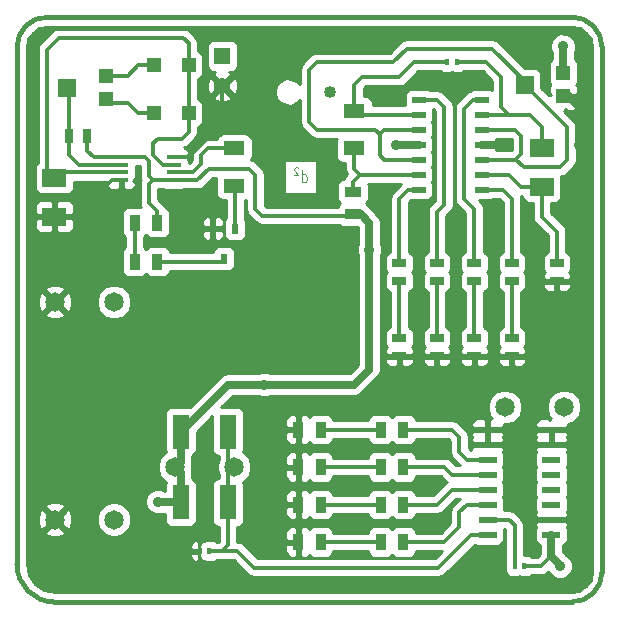
<source format=gbl>
G04 (created by PCBNEW (2013-mar-13)-testing) date Mon 25 Mar 2013 11:27:55 CET*
%MOIN*%
G04 Gerber Fmt 3.4, Leading zero omitted, Abs format*
%FSLAX34Y34*%
G01*
G70*
G90*
G04 APERTURE LIST*
%ADD10C,2.3622e-06*%
%ADD11C,0.0049*%
%ADD12C,0.015*%
%ADD13R,0.035X0.055*%
%ADD14R,0.055X0.035*%
%ADD15R,0.025X0.045*%
%ADD16R,0.045X0.025*%
%ADD17R,0.05X0.016*%
%ADD18C,0.04*%
%ADD19C,0.065*%
%ADD20R,0.055X0.055*%
%ADD21C,0.055*%
%ADD22R,0.0551X0.1142*%
%ADD23R,0.024X0.035*%
%ADD24R,0.0472X0.0472*%
%ADD25R,0.045X0.02*%
%ADD26R,0.0591X0.063*%
%ADD27R,0.0709X0.0472*%
%ADD28R,0.061X0.024*%
%ADD29R,0.08X0.06*%
%ADD30R,0.0157X0.0216*%
%ADD31C,0.035*%
%ADD32C,0.012*%
%ADD33C,0.025*%
%ADD34C,0.01*%
G04 APERTURE END LIST*
G54D10*
G54D11*
X58252Y-33759D02*
X58252Y-33365D01*
X58252Y-33740D02*
X58282Y-33759D01*
X58342Y-33759D01*
X58372Y-33740D01*
X58387Y-33721D01*
X58402Y-33684D01*
X58402Y-33571D01*
X58387Y-33534D01*
X58372Y-33515D01*
X58342Y-33496D01*
X58282Y-33496D01*
X58252Y-33515D01*
X58117Y-33271D02*
X58087Y-33252D01*
X58042Y-33252D01*
X58012Y-33271D01*
X57997Y-33309D01*
X57997Y-33346D01*
X58012Y-33384D01*
X58117Y-33515D01*
X57997Y-33515D01*
G54D12*
X67250Y-28250D02*
X49750Y-28250D01*
X68250Y-46750D02*
X68250Y-29250D01*
X68250Y-29250D02*
G75*
G03X67250Y-28250I-1000J0D01*
G74*
G01*
X50000Y-47750D02*
X67250Y-47750D01*
X48750Y-46500D02*
X48750Y-29250D01*
X48750Y-46500D02*
G75*
G03X50000Y-47750I1250J0D01*
G74*
G01*
X67250Y-47750D02*
G75*
G03X68250Y-46750I0J1000D01*
G74*
G01*
X49750Y-28250D02*
G75*
G03X48750Y-29250I0J-1000D01*
G74*
G01*
G54D13*
X52675Y-36400D03*
X53425Y-36400D03*
G54D14*
X59950Y-34825D03*
X59950Y-34075D03*
G54D15*
X50500Y-32200D03*
X51100Y-32200D03*
G54D16*
X65250Y-36450D03*
X65250Y-37050D03*
X64000Y-36450D03*
X64000Y-37050D03*
X62750Y-36450D03*
X62750Y-37050D03*
X61500Y-36450D03*
X61500Y-37050D03*
G54D13*
X58875Y-42000D03*
X58125Y-42000D03*
X58875Y-43250D03*
X58125Y-43250D03*
X58875Y-44500D03*
X58125Y-44500D03*
X58875Y-45750D03*
X58125Y-45750D03*
G54D17*
X53975Y-32915D03*
X53975Y-33170D03*
X53975Y-33430D03*
X53975Y-33685D03*
X52225Y-33685D03*
X52225Y-33430D03*
X52225Y-33170D03*
X52225Y-32915D03*
G54D18*
X59189Y-30750D03*
G54D19*
X50016Y-45000D03*
X51984Y-45000D03*
X50016Y-37750D03*
X51984Y-37750D03*
X65016Y-41250D03*
X66984Y-41250D03*
G54D20*
X55600Y-29550D03*
G54D21*
X55600Y-30550D03*
G54D22*
X54213Y-44431D03*
X55787Y-44431D03*
X54213Y-42069D03*
X55787Y-42069D03*
G54D19*
X54016Y-43250D03*
X55984Y-43250D03*
G54D23*
X56025Y-35300D03*
X55275Y-35300D03*
X55650Y-36300D03*
G54D24*
X54471Y-29850D03*
X53329Y-29850D03*
X53329Y-31450D03*
X54471Y-31450D03*
G54D25*
X62150Y-34000D03*
X62150Y-33500D03*
X62150Y-33000D03*
X62150Y-32500D03*
X62150Y-32000D03*
X62150Y-31500D03*
X62150Y-31000D03*
X64250Y-31000D03*
X64250Y-31500D03*
X64250Y-32000D03*
X64250Y-32500D03*
X64250Y-33000D03*
X64250Y-33500D03*
X64250Y-34000D03*
G54D26*
X50429Y-30600D03*
G54D24*
X51709Y-30206D03*
X51709Y-30994D03*
G54D26*
X65679Y-30500D03*
G54D24*
X66959Y-30106D03*
X66959Y-30894D03*
G54D27*
X60000Y-32630D03*
X60000Y-31370D03*
X56000Y-33880D03*
X56000Y-32620D03*
G54D28*
X64437Y-45500D03*
X66563Y-45500D03*
X64437Y-45000D03*
X66563Y-45000D03*
X64437Y-44500D03*
X66563Y-44500D03*
X64437Y-44000D03*
X66563Y-44000D03*
X64437Y-43500D03*
X66563Y-43500D03*
X64437Y-43000D03*
X66563Y-43000D03*
X64437Y-42500D03*
X66563Y-42500D03*
X64437Y-42000D03*
X66563Y-42000D03*
G54D13*
X61625Y-45750D03*
X60875Y-45750D03*
X61625Y-44500D03*
X60875Y-44500D03*
X61625Y-43250D03*
X60875Y-43250D03*
X61625Y-42000D03*
X60875Y-42000D03*
G54D16*
X61500Y-39550D03*
X61500Y-38950D03*
X62750Y-39550D03*
X62750Y-38950D03*
X64000Y-39550D03*
X64000Y-38950D03*
X65250Y-39550D03*
X65250Y-38950D03*
X66750Y-36450D03*
X66750Y-37050D03*
G54D29*
X50000Y-33600D03*
X50000Y-34900D03*
X66250Y-32600D03*
X66250Y-33900D03*
G54D30*
X65657Y-46550D03*
X65343Y-46550D03*
X63093Y-29750D03*
X63407Y-29750D03*
X55157Y-46050D03*
X54843Y-46050D03*
G54D13*
X53425Y-35100D03*
X52675Y-35100D03*
G54D31*
X60500Y-36000D03*
X66950Y-29225D03*
X66850Y-46550D03*
X57000Y-40500D03*
X61400Y-32500D03*
X53450Y-44400D03*
X65050Y-32500D03*
X67500Y-32500D03*
X59750Y-41250D03*
G54D32*
X53425Y-35100D02*
X53425Y-34725D01*
X53150Y-33820D02*
X53285Y-33685D01*
X53150Y-34450D02*
X53150Y-33820D01*
X53425Y-34725D02*
X53150Y-34450D01*
X65657Y-46550D02*
X66213Y-46550D01*
X66213Y-46550D02*
X66563Y-46200D01*
G54D33*
X66563Y-45500D02*
X66563Y-46200D01*
X66563Y-46200D02*
X66563Y-46213D01*
X66563Y-46213D02*
X66900Y-46550D01*
X66900Y-46550D02*
X66850Y-46550D01*
X60500Y-35650D02*
X60500Y-35100D01*
X60500Y-35650D02*
X60500Y-36000D01*
X60500Y-36000D02*
X60500Y-40000D01*
X54213Y-42069D02*
X55782Y-40500D01*
X60000Y-40500D02*
X57000Y-40500D01*
X57000Y-40500D02*
X55782Y-40500D01*
X60500Y-40000D02*
X60000Y-40500D01*
X60225Y-34825D02*
X59950Y-34825D01*
X60500Y-35100D02*
X60225Y-34825D01*
G54D32*
X59400Y-34880D02*
X59895Y-34880D01*
X59895Y-34880D02*
X59950Y-34825D01*
X56930Y-34880D02*
X59400Y-34880D01*
X56700Y-34650D02*
X56930Y-34880D01*
X56700Y-33500D02*
X56700Y-34650D01*
X56500Y-33300D02*
X56700Y-33500D01*
X55150Y-33300D02*
X56500Y-33300D01*
X54765Y-33685D02*
X55150Y-33300D01*
X53975Y-33685D02*
X54765Y-33685D01*
X52225Y-32915D02*
X51315Y-32915D01*
X51100Y-32700D02*
X51100Y-32200D01*
X51315Y-32915D02*
X51100Y-32700D01*
G54D33*
X66959Y-30106D02*
X66959Y-29234D01*
X66959Y-29234D02*
X66950Y-29225D01*
G54D32*
X52225Y-32915D02*
X53015Y-32915D01*
X53015Y-32915D02*
X53150Y-33050D01*
X53150Y-33050D02*
X53150Y-33550D01*
X53150Y-33550D02*
X53285Y-33685D01*
X53285Y-33685D02*
X53300Y-33685D01*
X53300Y-33685D02*
X53975Y-33685D01*
G54D33*
X54213Y-44431D02*
X53481Y-44431D01*
X53481Y-44431D02*
X53450Y-44400D01*
X54213Y-44431D02*
X54213Y-43447D01*
X54213Y-43447D02*
X54016Y-43250D01*
X54016Y-43250D02*
X54050Y-43250D01*
X54050Y-43250D02*
X54213Y-43087D01*
X54213Y-43087D02*
X54213Y-42069D01*
X62150Y-32500D02*
X61400Y-32500D01*
G54D32*
X60850Y-29750D02*
X61300Y-29750D01*
X58750Y-29750D02*
X60850Y-29750D01*
X58500Y-30000D02*
X58750Y-29750D01*
X58500Y-30250D02*
X58500Y-30000D01*
X58500Y-31750D02*
X58500Y-30250D01*
X58750Y-32000D02*
X58500Y-31750D01*
X60500Y-32000D02*
X60300Y-32000D01*
X60300Y-32000D02*
X58750Y-32000D01*
X60700Y-32000D02*
X60500Y-32000D01*
X60850Y-32150D02*
X60700Y-32000D01*
X65679Y-30379D02*
X65679Y-30500D01*
X64600Y-29300D02*
X65679Y-30379D01*
X61750Y-29300D02*
X64600Y-29300D01*
X61300Y-29750D02*
X61750Y-29300D01*
X62150Y-32000D02*
X61000Y-32000D01*
X61000Y-32000D02*
X60850Y-32150D01*
X62150Y-33000D02*
X61000Y-33000D01*
X60850Y-32850D02*
X60850Y-32150D01*
X61000Y-33000D02*
X60850Y-32850D01*
X65350Y-33000D02*
X65550Y-32800D01*
X65350Y-32000D02*
X64250Y-32000D01*
X65550Y-32200D02*
X65350Y-32000D01*
X65550Y-32800D02*
X65550Y-32200D01*
X64250Y-33000D02*
X65350Y-33000D01*
X65350Y-33000D02*
X65400Y-33000D01*
X65400Y-33000D02*
X65650Y-33250D01*
X65650Y-33250D02*
X66850Y-33250D01*
X66850Y-33250D02*
X67100Y-33000D01*
X67100Y-33000D02*
X67100Y-31921D01*
X67100Y-31921D02*
X65679Y-30500D01*
X55157Y-46050D02*
X55300Y-46050D01*
X55300Y-46050D02*
X55600Y-46050D01*
X55787Y-44431D02*
X55787Y-45863D01*
X55787Y-45863D02*
X55600Y-46050D01*
X55600Y-46050D02*
X55850Y-46050D01*
X63900Y-45500D02*
X62800Y-46600D01*
X63900Y-45500D02*
X64437Y-45500D01*
X56100Y-46050D02*
X55850Y-46050D01*
X56650Y-46600D02*
X56100Y-46050D01*
X62800Y-46600D02*
X56650Y-46600D01*
X55787Y-42069D02*
X55787Y-43053D01*
X55787Y-43053D02*
X55984Y-43250D01*
X55984Y-43250D02*
X55984Y-43266D01*
X55984Y-43266D02*
X55787Y-43463D01*
X55787Y-43463D02*
X55787Y-44431D01*
X50500Y-32200D02*
X50500Y-30671D01*
X50500Y-30671D02*
X50429Y-30600D01*
X52225Y-33170D02*
X50820Y-33170D01*
X50500Y-32850D02*
X50500Y-32200D01*
X50820Y-33170D02*
X50500Y-32850D01*
X53975Y-33170D02*
X53620Y-33170D01*
X54471Y-32079D02*
X54471Y-31450D01*
X54250Y-32300D02*
X54471Y-32079D01*
X53450Y-32300D02*
X54250Y-32300D01*
X53300Y-32450D02*
X53450Y-32300D01*
X53300Y-32850D02*
X53300Y-32450D01*
X53620Y-33170D02*
X53300Y-32850D01*
X54471Y-29850D02*
X54471Y-31450D01*
X54471Y-29850D02*
X54471Y-29121D01*
X54471Y-29121D02*
X54300Y-28950D01*
X54300Y-28950D02*
X50150Y-28950D01*
X54250Y-28950D02*
X54300Y-28950D01*
X50150Y-28950D02*
X49750Y-29350D01*
X49750Y-29350D02*
X49750Y-33350D01*
X49750Y-33350D02*
X50000Y-33600D01*
X52225Y-33430D02*
X50170Y-33430D01*
X50170Y-33430D02*
X50000Y-33600D01*
X54843Y-46050D02*
X51066Y-46050D01*
X51066Y-46050D02*
X50016Y-45000D01*
G54D33*
X66959Y-30894D02*
X67144Y-30894D01*
X67500Y-31250D02*
X67500Y-32500D01*
X67144Y-30894D02*
X67500Y-31250D01*
X65050Y-32500D02*
X64250Y-32500D01*
X67500Y-32500D02*
X67500Y-32500D01*
G54D32*
X55600Y-30550D02*
X55600Y-31800D01*
X54485Y-32915D02*
X53975Y-32915D01*
X55600Y-31800D02*
X54485Y-32915D01*
X52225Y-33685D02*
X51915Y-33685D01*
X51270Y-34880D02*
X50000Y-34880D01*
X51700Y-34450D02*
X51270Y-34880D01*
X51700Y-33900D02*
X51700Y-34450D01*
X51915Y-33685D02*
X51700Y-33900D01*
X52675Y-35100D02*
X52675Y-36400D01*
X53425Y-36400D02*
X55550Y-36400D01*
X55550Y-36400D02*
X55650Y-36300D01*
X56025Y-35300D02*
X56025Y-33905D01*
X56025Y-33905D02*
X56000Y-33880D01*
X64000Y-37050D02*
X64000Y-38950D01*
X65250Y-37050D02*
X65250Y-38950D01*
X60200Y-33500D02*
X62150Y-33500D01*
X59950Y-34075D02*
X59950Y-33750D01*
X60000Y-33300D02*
X60200Y-33500D01*
X60000Y-33300D02*
X60000Y-32630D01*
X59950Y-33750D02*
X60200Y-33500D01*
X63093Y-29750D02*
X62950Y-29750D01*
X62950Y-29750D02*
X62600Y-29750D01*
X62620Y-29750D02*
X62600Y-29750D01*
X62600Y-29750D02*
X62000Y-29750D01*
X60000Y-30500D02*
X60000Y-31370D01*
X60250Y-30250D02*
X60000Y-30500D01*
X61500Y-30250D02*
X60250Y-30250D01*
X62000Y-29750D02*
X61500Y-30250D01*
X62150Y-31500D02*
X61500Y-31500D01*
X61500Y-31500D02*
X60130Y-31500D01*
X60130Y-31500D02*
X60000Y-31370D01*
X64250Y-31000D02*
X63950Y-31000D01*
X64000Y-34650D02*
X64000Y-36450D01*
X63650Y-34300D02*
X64000Y-34650D01*
X63650Y-31300D02*
X63650Y-34300D01*
X63950Y-31000D02*
X63650Y-31300D01*
X64250Y-34000D02*
X64950Y-34000D01*
X65250Y-34300D02*
X65250Y-36100D01*
X64950Y-34000D02*
X65250Y-34300D01*
X65250Y-36100D02*
X65250Y-36450D01*
X65250Y-36120D02*
X65250Y-36100D01*
X64250Y-33500D02*
X65150Y-33500D01*
X65550Y-33900D02*
X66250Y-33900D01*
X65150Y-33500D02*
X65550Y-33900D01*
X66250Y-33900D02*
X66250Y-34900D01*
X66750Y-35400D02*
X66750Y-36450D01*
X66250Y-34900D02*
X66750Y-35400D01*
X61500Y-36450D02*
X61500Y-34300D01*
X61800Y-34000D02*
X62150Y-34000D01*
X61500Y-34300D02*
X61800Y-34000D01*
X61500Y-37050D02*
X61500Y-38950D01*
X62750Y-37050D02*
X62750Y-38950D01*
X62750Y-36100D02*
X62750Y-36450D01*
X62750Y-36120D02*
X62750Y-36100D01*
X62750Y-36100D02*
X62750Y-34750D01*
X62750Y-31000D02*
X62150Y-31000D01*
X63000Y-31250D02*
X62750Y-31000D01*
X63000Y-34500D02*
X63000Y-31250D01*
X62750Y-34750D02*
X63000Y-34500D01*
X53975Y-33430D02*
X54620Y-33430D01*
X55130Y-32620D02*
X56000Y-32620D01*
X54900Y-32850D02*
X55130Y-32620D01*
X54900Y-33150D02*
X54900Y-32850D01*
X54620Y-33430D02*
X54900Y-33150D01*
X53329Y-31450D02*
X52800Y-31450D01*
X51815Y-31100D02*
X51709Y-30994D01*
X52450Y-31100D02*
X51815Y-31100D01*
X52800Y-31450D02*
X52450Y-31100D01*
X51709Y-30206D02*
X52444Y-30206D01*
X52800Y-29850D02*
X53329Y-29850D01*
X52444Y-30206D02*
X52800Y-29850D01*
X63407Y-29750D02*
X63550Y-29750D01*
X63880Y-29750D02*
X64400Y-29750D01*
X64900Y-31250D02*
X65150Y-31500D01*
X64900Y-30250D02*
X64900Y-31250D01*
X64400Y-29750D02*
X64900Y-30250D01*
X63550Y-29750D02*
X63880Y-29750D01*
X64250Y-31500D02*
X65150Y-31500D01*
X65150Y-31500D02*
X65850Y-31500D01*
X66250Y-31900D02*
X66250Y-32600D01*
X65850Y-31500D02*
X66250Y-31900D01*
X60875Y-42000D02*
X58875Y-42000D01*
X61625Y-42000D02*
X63250Y-42000D01*
X63750Y-43000D02*
X64437Y-43000D01*
X63500Y-42750D02*
X63750Y-43000D01*
X63500Y-42250D02*
X63500Y-42750D01*
X63250Y-42000D02*
X63500Y-42250D01*
X64437Y-45000D02*
X65150Y-45000D01*
X65343Y-45193D02*
X65343Y-46550D01*
X65150Y-45000D02*
X65343Y-45193D01*
X61625Y-44500D02*
X62750Y-44500D01*
X63250Y-44000D02*
X64437Y-44000D01*
X62750Y-44500D02*
X63250Y-44000D01*
X60875Y-44500D02*
X58875Y-44500D01*
X60875Y-45750D02*
X58875Y-45750D01*
X64437Y-44500D02*
X63750Y-44500D01*
X63000Y-45750D02*
X61625Y-45750D01*
X63500Y-45250D02*
X63000Y-45750D01*
X63500Y-44750D02*
X63500Y-45250D01*
X63750Y-44500D02*
X63500Y-44750D01*
X61625Y-43250D02*
X63000Y-43250D01*
X63250Y-43500D02*
X64437Y-43500D01*
X63000Y-43250D02*
X63250Y-43500D01*
X60875Y-43250D02*
X58875Y-43250D01*
G54D10*
G36*
X65240Y-32671D02*
X65221Y-32690D01*
X64708Y-32690D01*
X64725Y-32649D01*
X64725Y-32612D01*
X64662Y-32550D01*
X64300Y-32550D01*
X64300Y-32557D01*
X64200Y-32557D01*
X64200Y-32550D01*
X64192Y-32550D01*
X64192Y-32450D01*
X64200Y-32450D01*
X64200Y-32442D01*
X64300Y-32442D01*
X64300Y-32450D01*
X64662Y-32450D01*
X64725Y-32387D01*
X64725Y-32350D01*
X64708Y-32310D01*
X65221Y-32310D01*
X65240Y-32328D01*
X65240Y-32671D01*
X65240Y-32671D01*
G37*
G54D34*
X65240Y-32671D02*
X65221Y-32690D01*
X64708Y-32690D01*
X64725Y-32649D01*
X64725Y-32612D01*
X64662Y-32550D01*
X64300Y-32550D01*
X64300Y-32557D01*
X64200Y-32557D01*
X64200Y-32550D01*
X64192Y-32550D01*
X64192Y-32450D01*
X64200Y-32450D01*
X64200Y-32442D01*
X64300Y-32442D01*
X64300Y-32450D01*
X64662Y-32450D01*
X64725Y-32387D01*
X64725Y-32350D01*
X64708Y-32310D01*
X65221Y-32310D01*
X65240Y-32328D01*
X65240Y-32671D01*
G54D10*
G36*
X67925Y-46716D02*
X67867Y-47006D01*
X67723Y-47222D01*
X67559Y-47332D01*
X67559Y-41136D01*
X67471Y-40924D01*
X67445Y-40897D01*
X67445Y-31179D01*
X67445Y-31006D01*
X67382Y-30944D01*
X67009Y-30944D01*
X67009Y-30951D01*
X66909Y-30951D01*
X66909Y-30944D01*
X66901Y-30944D01*
X66901Y-30844D01*
X66909Y-30844D01*
X66909Y-30836D01*
X67009Y-30836D01*
X67009Y-30844D01*
X67382Y-30844D01*
X67445Y-30781D01*
X67445Y-30608D01*
X67407Y-30516D01*
X67390Y-30500D01*
X67406Y-30483D01*
X67444Y-30391D01*
X67445Y-30292D01*
X67445Y-29820D01*
X67407Y-29728D01*
X67336Y-29658D01*
X67334Y-29657D01*
X67334Y-29408D01*
X67374Y-29309D01*
X67375Y-29140D01*
X67310Y-28984D01*
X67191Y-28864D01*
X67034Y-28800D01*
X66865Y-28799D01*
X66709Y-28864D01*
X66589Y-28983D01*
X66525Y-29140D01*
X66524Y-29309D01*
X66584Y-29452D01*
X66584Y-29656D01*
X66581Y-29657D01*
X66511Y-29728D01*
X66473Y-29820D01*
X66472Y-29919D01*
X66472Y-30391D01*
X66510Y-30483D01*
X66527Y-30500D01*
X66510Y-30516D01*
X66472Y-30608D01*
X66473Y-30781D01*
X66535Y-30843D01*
X66473Y-30843D01*
X66473Y-30855D01*
X66224Y-30607D01*
X66224Y-30135D01*
X66186Y-30043D01*
X66116Y-29973D01*
X66024Y-29935D01*
X65924Y-29934D01*
X65673Y-29934D01*
X64819Y-29080D01*
X64718Y-29013D01*
X64600Y-28990D01*
X61750Y-28990D01*
X61631Y-29013D01*
X61530Y-29080D01*
X61171Y-29440D01*
X60850Y-29440D01*
X58750Y-29440D01*
X58631Y-29463D01*
X58591Y-29490D01*
X58530Y-29530D01*
X58530Y-29530D01*
X58280Y-29780D01*
X58213Y-29881D01*
X58190Y-30000D01*
X58190Y-30250D01*
X58190Y-30492D01*
X58066Y-30368D01*
X57900Y-30300D01*
X57721Y-30299D01*
X57556Y-30368D01*
X57429Y-30494D01*
X57361Y-30660D01*
X57360Y-30839D01*
X57429Y-31004D01*
X57555Y-31131D01*
X57721Y-31199D01*
X57900Y-31200D01*
X58065Y-31131D01*
X58190Y-31007D01*
X58190Y-31750D01*
X58213Y-31868D01*
X58280Y-31969D01*
X58530Y-32219D01*
X58530Y-32219D01*
X58591Y-32259D01*
X58631Y-32286D01*
X58631Y-32286D01*
X58750Y-32310D01*
X59409Y-32310D01*
X59395Y-32344D01*
X59395Y-32443D01*
X59395Y-32915D01*
X59433Y-33007D01*
X59503Y-33077D01*
X59595Y-33115D01*
X59690Y-33116D01*
X59690Y-33300D01*
X59713Y-33418D01*
X59765Y-33496D01*
X59730Y-33530D01*
X59663Y-33631D01*
X59659Y-33649D01*
X59625Y-33649D01*
X59533Y-33687D01*
X59463Y-33758D01*
X59425Y-33850D01*
X59424Y-33949D01*
X59424Y-34299D01*
X59462Y-34391D01*
X59521Y-34450D01*
X59463Y-34508D01*
X59437Y-34570D01*
X59400Y-34570D01*
X58737Y-34570D01*
X58737Y-34150D01*
X58737Y-33000D01*
X57663Y-33000D01*
X57663Y-34150D01*
X58737Y-34150D01*
X58737Y-34570D01*
X57058Y-34570D01*
X57010Y-34521D01*
X57010Y-33500D01*
X56986Y-33381D01*
X56919Y-33280D01*
X56719Y-33080D01*
X56618Y-33013D01*
X56561Y-33002D01*
X56566Y-32997D01*
X56604Y-32905D01*
X56604Y-32806D01*
X56604Y-32334D01*
X56566Y-32242D01*
X56496Y-32172D01*
X56404Y-32134D01*
X56304Y-32133D01*
X56129Y-32133D01*
X56129Y-30625D01*
X56125Y-30536D01*
X56125Y-29775D01*
X56125Y-29225D01*
X56087Y-29133D01*
X56016Y-29063D01*
X55924Y-29025D01*
X55825Y-29024D01*
X55275Y-29024D01*
X55183Y-29062D01*
X55113Y-29133D01*
X55075Y-29225D01*
X55074Y-29324D01*
X55074Y-29874D01*
X55112Y-29966D01*
X55183Y-30036D01*
X55275Y-30074D01*
X55362Y-30075D01*
X55327Y-30089D01*
X55302Y-30182D01*
X55600Y-30479D01*
X55897Y-30182D01*
X55872Y-30089D01*
X55831Y-30075D01*
X55924Y-30075D01*
X56016Y-30037D01*
X56086Y-29966D01*
X56124Y-29874D01*
X56125Y-29775D01*
X56125Y-30536D01*
X56118Y-30417D01*
X56060Y-30277D01*
X55967Y-30252D01*
X55670Y-30550D01*
X55967Y-30847D01*
X56060Y-30822D01*
X56129Y-30625D01*
X56129Y-32133D01*
X55897Y-32133D01*
X55897Y-30917D01*
X55600Y-30620D01*
X55529Y-30691D01*
X55529Y-30550D01*
X55232Y-30252D01*
X55139Y-30277D01*
X55070Y-30474D01*
X55081Y-30682D01*
X55139Y-30822D01*
X55232Y-30847D01*
X55529Y-30550D01*
X55529Y-30691D01*
X55302Y-30917D01*
X55327Y-31010D01*
X55524Y-31079D01*
X55732Y-31068D01*
X55872Y-31010D01*
X55897Y-30917D01*
X55897Y-32133D01*
X55595Y-32133D01*
X55504Y-32171D01*
X55433Y-32242D01*
X55405Y-32310D01*
X55130Y-32310D01*
X55011Y-32333D01*
X54910Y-32400D01*
X54910Y-32400D01*
X54680Y-32630D01*
X54613Y-32731D01*
X54590Y-32850D01*
X54590Y-33021D01*
X54491Y-33120D01*
X54475Y-33120D01*
X54475Y-33044D01*
X54475Y-33040D01*
X54475Y-33040D01*
X54475Y-33017D01*
X54458Y-33001D01*
X54437Y-32948D01*
X54366Y-32878D01*
X54359Y-32875D01*
X54412Y-32875D01*
X54475Y-32812D01*
X54475Y-32785D01*
X54437Y-32693D01*
X54366Y-32623D01*
X54307Y-32598D01*
X54368Y-32586D01*
X54469Y-32519D01*
X54690Y-32298D01*
X54690Y-32298D01*
X54690Y-32298D01*
X54730Y-32237D01*
X54757Y-32197D01*
X54757Y-32197D01*
X54781Y-32079D01*
X54781Y-31925D01*
X54848Y-31898D01*
X54918Y-31827D01*
X54956Y-31735D01*
X54957Y-31636D01*
X54957Y-31164D01*
X54919Y-31072D01*
X54848Y-31002D01*
X54781Y-30974D01*
X54781Y-30325D01*
X54848Y-30298D01*
X54918Y-30227D01*
X54956Y-30135D01*
X54957Y-30036D01*
X54957Y-29564D01*
X54919Y-29472D01*
X54848Y-29402D01*
X54781Y-29374D01*
X54781Y-29121D01*
X54757Y-29002D01*
X54690Y-28901D01*
X54519Y-28730D01*
X54418Y-28663D01*
X54300Y-28640D01*
X54250Y-28640D01*
X50150Y-28640D01*
X50031Y-28663D01*
X49930Y-28730D01*
X49930Y-28730D01*
X49930Y-28730D01*
X49530Y-29130D01*
X49463Y-29231D01*
X49440Y-29350D01*
X49440Y-33106D01*
X49388Y-33158D01*
X49350Y-33250D01*
X49349Y-33349D01*
X49349Y-33949D01*
X49387Y-34041D01*
X49458Y-34111D01*
X49550Y-34149D01*
X49649Y-34150D01*
X50449Y-34150D01*
X50541Y-34112D01*
X50611Y-34041D01*
X50649Y-33949D01*
X50650Y-33850D01*
X50650Y-33740D01*
X51772Y-33740D01*
X51725Y-33787D01*
X51724Y-33814D01*
X51762Y-33906D01*
X51833Y-33976D01*
X51925Y-34014D01*
X52024Y-34015D01*
X52112Y-34015D01*
X52175Y-33952D01*
X52175Y-33760D01*
X52275Y-33760D01*
X52275Y-33952D01*
X52337Y-34015D01*
X52425Y-34015D01*
X52524Y-34014D01*
X52616Y-33976D01*
X52687Y-33906D01*
X52725Y-33814D01*
X52725Y-33787D01*
X52662Y-33725D01*
X52609Y-33725D01*
X52616Y-33722D01*
X52686Y-33651D01*
X52708Y-33598D01*
X52725Y-33582D01*
X52725Y-33555D01*
X52724Y-33555D01*
X52725Y-33460D01*
X52725Y-33300D01*
X52724Y-33300D01*
X52724Y-33299D01*
X52725Y-33225D01*
X52840Y-33225D01*
X52840Y-33550D01*
X52863Y-33668D01*
X52874Y-33685D01*
X52863Y-33701D01*
X52840Y-33820D01*
X52840Y-34450D01*
X52863Y-34568D01*
X52867Y-34575D01*
X52800Y-34574D01*
X52450Y-34574D01*
X52358Y-34612D01*
X52288Y-34683D01*
X52250Y-34775D01*
X52249Y-34874D01*
X52249Y-35424D01*
X52287Y-35516D01*
X52358Y-35586D01*
X52365Y-35589D01*
X52365Y-35910D01*
X52358Y-35912D01*
X52288Y-35983D01*
X52250Y-36075D01*
X52249Y-36174D01*
X52249Y-36724D01*
X52287Y-36816D01*
X52358Y-36886D01*
X52450Y-36924D01*
X52549Y-36925D01*
X52899Y-36925D01*
X52991Y-36887D01*
X53050Y-36828D01*
X53108Y-36886D01*
X53200Y-36924D01*
X53299Y-36925D01*
X53649Y-36925D01*
X53741Y-36887D01*
X53811Y-36816D01*
X53849Y-36724D01*
X53849Y-36710D01*
X55444Y-36710D01*
X55480Y-36724D01*
X55579Y-36725D01*
X55819Y-36725D01*
X55911Y-36687D01*
X55981Y-36616D01*
X56019Y-36524D01*
X56020Y-36425D01*
X56020Y-36075D01*
X55982Y-35983D01*
X55911Y-35913D01*
X55819Y-35875D01*
X55720Y-35874D01*
X55645Y-35874D01*
X55645Y-35425D01*
X55645Y-35174D01*
X55644Y-35075D01*
X55606Y-34983D01*
X55536Y-34912D01*
X55444Y-34874D01*
X55387Y-34875D01*
X55325Y-34937D01*
X55325Y-35250D01*
X55582Y-35250D01*
X55645Y-35187D01*
X55645Y-35174D01*
X55645Y-35425D01*
X55645Y-35412D01*
X55582Y-35350D01*
X55325Y-35350D01*
X55325Y-35662D01*
X55387Y-35725D01*
X55444Y-35725D01*
X55536Y-35687D01*
X55606Y-35616D01*
X55644Y-35524D01*
X55645Y-35425D01*
X55645Y-35874D01*
X55480Y-35874D01*
X55388Y-35912D01*
X55318Y-35983D01*
X55280Y-36075D01*
X55280Y-36090D01*
X55225Y-36090D01*
X55225Y-35662D01*
X55225Y-35350D01*
X55225Y-35250D01*
X55225Y-34937D01*
X55162Y-34875D01*
X55105Y-34874D01*
X55013Y-34912D01*
X54943Y-34983D01*
X54905Y-35075D01*
X54904Y-35174D01*
X54905Y-35187D01*
X54967Y-35250D01*
X55225Y-35250D01*
X55225Y-35350D01*
X54967Y-35350D01*
X54905Y-35412D01*
X54904Y-35425D01*
X54905Y-35524D01*
X54943Y-35616D01*
X55013Y-35687D01*
X55105Y-35725D01*
X55162Y-35725D01*
X55225Y-35662D01*
X55225Y-36090D01*
X53850Y-36090D01*
X53850Y-36075D01*
X53812Y-35983D01*
X53741Y-35913D01*
X53649Y-35875D01*
X53550Y-35874D01*
X53200Y-35874D01*
X53108Y-35912D01*
X53049Y-35971D01*
X52991Y-35913D01*
X52985Y-35910D01*
X52985Y-35589D01*
X52991Y-35587D01*
X53050Y-35528D01*
X53108Y-35586D01*
X53200Y-35624D01*
X53299Y-35625D01*
X53649Y-35625D01*
X53741Y-35587D01*
X53811Y-35516D01*
X53849Y-35424D01*
X53850Y-35325D01*
X53850Y-34775D01*
X53812Y-34683D01*
X53741Y-34613D01*
X53706Y-34598D01*
X53644Y-34505D01*
X53460Y-34321D01*
X53460Y-33995D01*
X53626Y-33995D01*
X53675Y-34014D01*
X53774Y-34015D01*
X54274Y-34015D01*
X54323Y-33995D01*
X54765Y-33995D01*
X54883Y-33971D01*
X54984Y-33904D01*
X55278Y-33610D01*
X55395Y-33610D01*
X55395Y-33693D01*
X55395Y-34165D01*
X55433Y-34257D01*
X55503Y-34327D01*
X55595Y-34365D01*
X55695Y-34366D01*
X55715Y-34366D01*
X55715Y-34961D01*
X55693Y-34983D01*
X55655Y-35075D01*
X55654Y-35174D01*
X55654Y-35524D01*
X55692Y-35616D01*
X55763Y-35686D01*
X55855Y-35724D01*
X55954Y-35725D01*
X56194Y-35725D01*
X56286Y-35687D01*
X56356Y-35616D01*
X56394Y-35524D01*
X56395Y-35425D01*
X56395Y-35075D01*
X56357Y-34983D01*
X56335Y-34961D01*
X56335Y-34366D01*
X56390Y-34366D01*
X56390Y-34650D01*
X56413Y-34768D01*
X56480Y-34869D01*
X56710Y-35099D01*
X56710Y-35099D01*
X56811Y-35166D01*
X56930Y-35190D01*
X59400Y-35190D01*
X59511Y-35190D01*
X59533Y-35211D01*
X59625Y-35249D01*
X59724Y-35250D01*
X60119Y-35250D01*
X60125Y-35255D01*
X60125Y-35650D01*
X60125Y-35794D01*
X60075Y-35915D01*
X60074Y-36084D01*
X60125Y-36205D01*
X60125Y-39844D01*
X59844Y-40125D01*
X57205Y-40125D01*
X57084Y-40075D01*
X56915Y-40074D01*
X56794Y-40125D01*
X55782Y-40125D01*
X55638Y-40153D01*
X55516Y-40234D01*
X54503Y-41248D01*
X54438Y-41247D01*
X53887Y-41247D01*
X53796Y-41285D01*
X53725Y-41356D01*
X53687Y-41448D01*
X53687Y-41547D01*
X53687Y-42689D01*
X53713Y-42752D01*
X53690Y-42762D01*
X53528Y-42923D01*
X53441Y-43135D01*
X53440Y-43363D01*
X53528Y-43575D01*
X53689Y-43737D01*
X53713Y-43747D01*
X53687Y-43810D01*
X53687Y-43909D01*
X53687Y-44038D01*
X53534Y-43975D01*
X53365Y-43974D01*
X53209Y-44039D01*
X53089Y-44158D01*
X53025Y-44315D01*
X53024Y-44484D01*
X53089Y-44640D01*
X53208Y-44760D01*
X53365Y-44824D01*
X53534Y-44825D01*
X53580Y-44806D01*
X53687Y-44806D01*
X53687Y-45051D01*
X53725Y-45143D01*
X53795Y-45213D01*
X53887Y-45251D01*
X53987Y-45252D01*
X54538Y-45252D01*
X54629Y-45214D01*
X54700Y-45143D01*
X54738Y-45051D01*
X54738Y-44952D01*
X54738Y-43810D01*
X54700Y-43718D01*
X54630Y-43648D01*
X54588Y-43630D01*
X54588Y-43447D01*
X54577Y-43396D01*
X54590Y-43364D01*
X54591Y-43136D01*
X54582Y-43115D01*
X54587Y-43087D01*
X54588Y-43087D01*
X54588Y-42869D01*
X54629Y-42852D01*
X54700Y-42781D01*
X54738Y-42689D01*
X54738Y-42590D01*
X54738Y-42073D01*
X55261Y-41550D01*
X55261Y-42689D01*
X55299Y-42781D01*
X55369Y-42851D01*
X55461Y-42889D01*
X55477Y-42889D01*
X55477Y-42971D01*
X55409Y-43135D01*
X55408Y-43363D01*
X55477Y-43528D01*
X55477Y-43609D01*
X55461Y-43609D01*
X55370Y-43647D01*
X55299Y-43718D01*
X55261Y-43810D01*
X55261Y-43909D01*
X55261Y-45051D01*
X55299Y-45143D01*
X55369Y-45213D01*
X55461Y-45251D01*
X55477Y-45251D01*
X55477Y-45734D01*
X55471Y-45740D01*
X55387Y-45740D01*
X55377Y-45730D01*
X55285Y-45692D01*
X55185Y-45691D01*
X55028Y-45691D01*
X55000Y-45703D01*
X54971Y-45691D01*
X54944Y-45692D01*
X54882Y-45754D01*
X54882Y-45784D01*
X54866Y-45800D01*
X54828Y-45892D01*
X54828Y-45991D01*
X54828Y-46207D01*
X54866Y-46299D01*
X54882Y-46315D01*
X54882Y-46345D01*
X54944Y-46408D01*
X54971Y-46408D01*
X54999Y-46396D01*
X55028Y-46407D01*
X55128Y-46408D01*
X55285Y-46408D01*
X55376Y-46370D01*
X55387Y-46360D01*
X55600Y-46360D01*
X55850Y-46360D01*
X55971Y-46360D01*
X56430Y-46819D01*
X56531Y-46886D01*
X56650Y-46910D01*
X62800Y-46910D01*
X62918Y-46886D01*
X63019Y-46819D01*
X64001Y-45836D01*
X64082Y-45869D01*
X64181Y-45870D01*
X64791Y-45870D01*
X64883Y-45832D01*
X64953Y-45761D01*
X64991Y-45669D01*
X64992Y-45570D01*
X64992Y-45330D01*
X64983Y-45310D01*
X65021Y-45310D01*
X65033Y-45321D01*
X65033Y-46347D01*
X65014Y-46392D01*
X65014Y-46491D01*
X65014Y-46707D01*
X65052Y-46799D01*
X65122Y-46869D01*
X65214Y-46907D01*
X65314Y-46908D01*
X65471Y-46908D01*
X65499Y-46896D01*
X65528Y-46907D01*
X65628Y-46908D01*
X65785Y-46908D01*
X65876Y-46870D01*
X65887Y-46860D01*
X66213Y-46860D01*
X66331Y-46836D01*
X66432Y-46769D01*
X66466Y-46734D01*
X66489Y-46790D01*
X66608Y-46910D01*
X66765Y-46974D01*
X66934Y-46975D01*
X67090Y-46910D01*
X67210Y-46791D01*
X67274Y-46634D01*
X67275Y-46550D01*
X67275Y-46465D01*
X67210Y-46309D01*
X67091Y-46189D01*
X67055Y-46175D01*
X66938Y-46057D01*
X66938Y-45861D01*
X67009Y-45832D01*
X67079Y-45761D01*
X67117Y-45669D01*
X67118Y-45570D01*
X67118Y-45330D01*
X67084Y-45250D01*
X67118Y-45169D01*
X67118Y-44830D01*
X67084Y-44749D01*
X67117Y-44669D01*
X67118Y-44570D01*
X67118Y-44330D01*
X67084Y-44249D01*
X67117Y-44169D01*
X67118Y-44070D01*
X67118Y-43830D01*
X67084Y-43749D01*
X67117Y-43669D01*
X67118Y-43570D01*
X67118Y-43330D01*
X67084Y-43249D01*
X67117Y-43169D01*
X67118Y-43070D01*
X67118Y-42830D01*
X67084Y-42750D01*
X67118Y-42669D01*
X67118Y-42330D01*
X67084Y-42250D01*
X67118Y-42169D01*
X67118Y-42112D01*
X67055Y-42050D01*
X66613Y-42050D01*
X66613Y-42192D01*
X66613Y-42307D01*
X66613Y-42450D01*
X67055Y-42450D01*
X67118Y-42387D01*
X67118Y-42330D01*
X67118Y-42669D01*
X67118Y-42612D01*
X67055Y-42550D01*
X66613Y-42550D01*
X66613Y-42557D01*
X66513Y-42557D01*
X66513Y-42550D01*
X66513Y-42450D01*
X66513Y-42307D01*
X66513Y-42192D01*
X66513Y-42050D01*
X66070Y-42050D01*
X66008Y-42112D01*
X66007Y-42169D01*
X66041Y-42250D01*
X66007Y-42330D01*
X66008Y-42387D01*
X66070Y-42450D01*
X66513Y-42450D01*
X66513Y-42550D01*
X66070Y-42550D01*
X66008Y-42612D01*
X66007Y-42669D01*
X66041Y-42750D01*
X66008Y-42830D01*
X66007Y-42929D01*
X66007Y-43169D01*
X66041Y-43250D01*
X66008Y-43330D01*
X66007Y-43429D01*
X66007Y-43669D01*
X66041Y-43750D01*
X66008Y-43830D01*
X66007Y-43929D01*
X66007Y-44169D01*
X66041Y-44250D01*
X66008Y-44330D01*
X66007Y-44429D01*
X66007Y-44669D01*
X66041Y-44750D01*
X66007Y-44830D01*
X66008Y-44887D01*
X66070Y-44950D01*
X66513Y-44950D01*
X66513Y-44942D01*
X66613Y-44942D01*
X66613Y-44950D01*
X67055Y-44950D01*
X67118Y-44887D01*
X67118Y-44830D01*
X67118Y-45169D01*
X67118Y-45112D01*
X67055Y-45050D01*
X66613Y-45050D01*
X66613Y-45057D01*
X66513Y-45057D01*
X66513Y-45050D01*
X66070Y-45050D01*
X66008Y-45112D01*
X66007Y-45169D01*
X66041Y-45250D01*
X66008Y-45330D01*
X66007Y-45429D01*
X66007Y-45669D01*
X66045Y-45761D01*
X66116Y-45831D01*
X66188Y-45861D01*
X66188Y-46136D01*
X66084Y-46240D01*
X65887Y-46240D01*
X65877Y-46230D01*
X65785Y-46192D01*
X65725Y-46191D01*
X65725Y-39724D01*
X65725Y-39662D01*
X65662Y-39600D01*
X65300Y-39600D01*
X65300Y-39862D01*
X65362Y-39925D01*
X65425Y-39925D01*
X65524Y-39924D01*
X65616Y-39886D01*
X65687Y-39816D01*
X65725Y-39724D01*
X65725Y-46191D01*
X65685Y-46191D01*
X65653Y-46191D01*
X65653Y-45193D01*
X65652Y-45192D01*
X65653Y-45192D01*
X65648Y-45169D01*
X65629Y-45074D01*
X65629Y-45074D01*
X65591Y-45017D01*
X65591Y-41136D01*
X65503Y-40924D01*
X65342Y-40762D01*
X65200Y-40703D01*
X65200Y-39862D01*
X65200Y-39600D01*
X64837Y-39600D01*
X64775Y-39662D01*
X64774Y-39724D01*
X64812Y-39816D01*
X64883Y-39886D01*
X64975Y-39924D01*
X65074Y-39925D01*
X65137Y-39925D01*
X65200Y-39862D01*
X65200Y-40703D01*
X65130Y-40675D01*
X64902Y-40674D01*
X64690Y-40762D01*
X64528Y-40923D01*
X64475Y-41053D01*
X64475Y-39724D01*
X64475Y-39662D01*
X64412Y-39600D01*
X64050Y-39600D01*
X64050Y-39862D01*
X64112Y-39925D01*
X64175Y-39925D01*
X64274Y-39924D01*
X64366Y-39886D01*
X64437Y-39816D01*
X64475Y-39724D01*
X64475Y-41053D01*
X64441Y-41135D01*
X64440Y-41363D01*
X64528Y-41575D01*
X64582Y-41629D01*
X64549Y-41630D01*
X64487Y-41692D01*
X64487Y-41950D01*
X64929Y-41950D01*
X64992Y-41887D01*
X64992Y-41830D01*
X64989Y-41824D01*
X65129Y-41825D01*
X65341Y-41737D01*
X65503Y-41576D01*
X65590Y-41364D01*
X65591Y-41136D01*
X65591Y-45017D01*
X65562Y-44973D01*
X65562Y-44973D01*
X65369Y-44780D01*
X65268Y-44713D01*
X65150Y-44690D01*
X64983Y-44690D01*
X64991Y-44669D01*
X64992Y-44570D01*
X64992Y-44330D01*
X64958Y-44249D01*
X64991Y-44169D01*
X64992Y-44070D01*
X64992Y-43830D01*
X64958Y-43749D01*
X64991Y-43669D01*
X64992Y-43570D01*
X64992Y-43330D01*
X64958Y-43249D01*
X64991Y-43169D01*
X64992Y-43070D01*
X64992Y-42830D01*
X64958Y-42750D01*
X64992Y-42669D01*
X64992Y-42330D01*
X64958Y-42250D01*
X64992Y-42169D01*
X64992Y-42112D01*
X64929Y-42050D01*
X64487Y-42050D01*
X64487Y-42192D01*
X64487Y-42307D01*
X64487Y-42450D01*
X64929Y-42450D01*
X64992Y-42387D01*
X64992Y-42330D01*
X64992Y-42669D01*
X64992Y-42612D01*
X64929Y-42550D01*
X64487Y-42550D01*
X64487Y-42557D01*
X64387Y-42557D01*
X64387Y-42550D01*
X64387Y-42450D01*
X64387Y-42307D01*
X64387Y-42192D01*
X64387Y-42050D01*
X64387Y-41950D01*
X64387Y-41692D01*
X64324Y-41630D01*
X64181Y-41629D01*
X64082Y-41630D01*
X63990Y-41668D01*
X63950Y-41708D01*
X63950Y-39862D01*
X63950Y-39600D01*
X63587Y-39600D01*
X63525Y-39662D01*
X63524Y-39724D01*
X63562Y-39816D01*
X63633Y-39886D01*
X63725Y-39924D01*
X63824Y-39925D01*
X63887Y-39925D01*
X63950Y-39862D01*
X63950Y-41708D01*
X63919Y-41738D01*
X63881Y-41830D01*
X63882Y-41887D01*
X63944Y-41950D01*
X64387Y-41950D01*
X64387Y-42050D01*
X63944Y-42050D01*
X63882Y-42112D01*
X63881Y-42169D01*
X63915Y-42250D01*
X63881Y-42330D01*
X63882Y-42387D01*
X63944Y-42450D01*
X64387Y-42450D01*
X64387Y-42550D01*
X63944Y-42550D01*
X63882Y-42612D01*
X63881Y-42669D01*
X63890Y-42690D01*
X63878Y-42690D01*
X63810Y-42621D01*
X63810Y-42250D01*
X63786Y-42131D01*
X63786Y-42131D01*
X63759Y-42091D01*
X63719Y-42030D01*
X63719Y-42030D01*
X63469Y-41780D01*
X63368Y-41713D01*
X63250Y-41690D01*
X63225Y-41690D01*
X63225Y-39724D01*
X63225Y-39662D01*
X63162Y-39600D01*
X62800Y-39600D01*
X62800Y-39862D01*
X62862Y-39925D01*
X62925Y-39925D01*
X63024Y-39924D01*
X63116Y-39886D01*
X63187Y-39816D01*
X63225Y-39724D01*
X63225Y-41690D01*
X62700Y-41690D01*
X62700Y-39862D01*
X62700Y-39600D01*
X62337Y-39600D01*
X62275Y-39662D01*
X62274Y-39724D01*
X62312Y-39816D01*
X62383Y-39886D01*
X62475Y-39924D01*
X62574Y-39925D01*
X62637Y-39925D01*
X62700Y-39862D01*
X62700Y-41690D01*
X62050Y-41690D01*
X62050Y-41675D01*
X62012Y-41583D01*
X61975Y-41546D01*
X61975Y-39724D01*
X61975Y-39662D01*
X61912Y-39600D01*
X61550Y-39600D01*
X61550Y-39862D01*
X61612Y-39925D01*
X61675Y-39925D01*
X61774Y-39924D01*
X61866Y-39886D01*
X61937Y-39816D01*
X61975Y-39724D01*
X61975Y-41546D01*
X61941Y-41513D01*
X61849Y-41475D01*
X61750Y-41474D01*
X61450Y-41474D01*
X61450Y-39862D01*
X61450Y-39600D01*
X61087Y-39600D01*
X61025Y-39662D01*
X61024Y-39724D01*
X61062Y-39816D01*
X61133Y-39886D01*
X61225Y-39924D01*
X61324Y-39925D01*
X61387Y-39925D01*
X61450Y-39862D01*
X61450Y-41474D01*
X61400Y-41474D01*
X61308Y-41512D01*
X61249Y-41571D01*
X61191Y-41513D01*
X61099Y-41475D01*
X61000Y-41474D01*
X60650Y-41474D01*
X60558Y-41512D01*
X60488Y-41583D01*
X60450Y-41675D01*
X60450Y-41690D01*
X59300Y-41690D01*
X59300Y-41675D01*
X59262Y-41583D01*
X59191Y-41513D01*
X59099Y-41475D01*
X59000Y-41474D01*
X58650Y-41474D01*
X58558Y-41512D01*
X58500Y-41571D01*
X58441Y-41512D01*
X58349Y-41474D01*
X58237Y-41475D01*
X58175Y-41537D01*
X58175Y-41950D01*
X58182Y-41950D01*
X58182Y-42050D01*
X58175Y-42050D01*
X58175Y-42462D01*
X58237Y-42525D01*
X58349Y-42525D01*
X58441Y-42487D01*
X58500Y-42428D01*
X58558Y-42486D01*
X58650Y-42524D01*
X58749Y-42525D01*
X59099Y-42525D01*
X59191Y-42487D01*
X59261Y-42416D01*
X59299Y-42324D01*
X59299Y-42310D01*
X60449Y-42310D01*
X60449Y-42324D01*
X60487Y-42416D01*
X60558Y-42486D01*
X60650Y-42524D01*
X60749Y-42525D01*
X61099Y-42525D01*
X61191Y-42487D01*
X61250Y-42428D01*
X61308Y-42486D01*
X61400Y-42524D01*
X61499Y-42525D01*
X61849Y-42525D01*
X61941Y-42487D01*
X62011Y-42416D01*
X62049Y-42324D01*
X62049Y-42310D01*
X63121Y-42310D01*
X63190Y-42378D01*
X63190Y-42750D01*
X63213Y-42868D01*
X63280Y-42969D01*
X63501Y-43190D01*
X63378Y-43190D01*
X63219Y-43030D01*
X63118Y-42963D01*
X63000Y-42940D01*
X62050Y-42940D01*
X62050Y-42925D01*
X62012Y-42833D01*
X61941Y-42763D01*
X61849Y-42725D01*
X61750Y-42724D01*
X61400Y-42724D01*
X61308Y-42762D01*
X61249Y-42821D01*
X61191Y-42763D01*
X61099Y-42725D01*
X61000Y-42724D01*
X60650Y-42724D01*
X60558Y-42762D01*
X60488Y-42833D01*
X60450Y-42925D01*
X60450Y-42940D01*
X59300Y-42940D01*
X59300Y-42925D01*
X59262Y-42833D01*
X59191Y-42763D01*
X59099Y-42725D01*
X59000Y-42724D01*
X58650Y-42724D01*
X58558Y-42762D01*
X58500Y-42821D01*
X58441Y-42762D01*
X58349Y-42724D01*
X58237Y-42725D01*
X58175Y-42787D01*
X58175Y-43200D01*
X58182Y-43200D01*
X58182Y-43300D01*
X58175Y-43300D01*
X58175Y-43712D01*
X58237Y-43775D01*
X58349Y-43775D01*
X58441Y-43737D01*
X58500Y-43678D01*
X58558Y-43736D01*
X58650Y-43774D01*
X58749Y-43775D01*
X59099Y-43775D01*
X59191Y-43737D01*
X59261Y-43666D01*
X59299Y-43574D01*
X59299Y-43560D01*
X60449Y-43560D01*
X60449Y-43574D01*
X60487Y-43666D01*
X60558Y-43736D01*
X60650Y-43774D01*
X60749Y-43775D01*
X61099Y-43775D01*
X61191Y-43737D01*
X61250Y-43678D01*
X61308Y-43736D01*
X61400Y-43774D01*
X61499Y-43775D01*
X61849Y-43775D01*
X61941Y-43737D01*
X62011Y-43666D01*
X62049Y-43574D01*
X62049Y-43560D01*
X62871Y-43560D01*
X63030Y-43719D01*
X63030Y-43719D01*
X63076Y-43749D01*
X63076Y-43750D01*
X63030Y-43780D01*
X62621Y-44190D01*
X62050Y-44190D01*
X62050Y-44175D01*
X62012Y-44083D01*
X61941Y-44013D01*
X61849Y-43975D01*
X61750Y-43974D01*
X61400Y-43974D01*
X61308Y-44012D01*
X61249Y-44071D01*
X61191Y-44013D01*
X61099Y-43975D01*
X61000Y-43974D01*
X60650Y-43974D01*
X60558Y-44012D01*
X60488Y-44083D01*
X60450Y-44175D01*
X60450Y-44190D01*
X59300Y-44190D01*
X59300Y-44175D01*
X59262Y-44083D01*
X59191Y-44013D01*
X59099Y-43975D01*
X59000Y-43974D01*
X58650Y-43974D01*
X58558Y-44012D01*
X58500Y-44071D01*
X58441Y-44012D01*
X58349Y-43974D01*
X58237Y-43975D01*
X58175Y-44037D01*
X58175Y-44450D01*
X58182Y-44450D01*
X58182Y-44550D01*
X58175Y-44550D01*
X58175Y-44962D01*
X58237Y-45025D01*
X58349Y-45025D01*
X58441Y-44987D01*
X58500Y-44928D01*
X58558Y-44986D01*
X58650Y-45024D01*
X58749Y-45025D01*
X59099Y-45025D01*
X59191Y-44987D01*
X59261Y-44916D01*
X59299Y-44824D01*
X59299Y-44810D01*
X60449Y-44810D01*
X60449Y-44824D01*
X60487Y-44916D01*
X60558Y-44986D01*
X60650Y-45024D01*
X60749Y-45025D01*
X61099Y-45025D01*
X61191Y-44987D01*
X61250Y-44928D01*
X61308Y-44986D01*
X61400Y-45024D01*
X61499Y-45025D01*
X61849Y-45025D01*
X61941Y-44987D01*
X62011Y-44916D01*
X62049Y-44824D01*
X62049Y-44810D01*
X62750Y-44810D01*
X62868Y-44786D01*
X62969Y-44719D01*
X63378Y-44310D01*
X63501Y-44310D01*
X63280Y-44530D01*
X63213Y-44631D01*
X63190Y-44750D01*
X63190Y-45121D01*
X62871Y-45440D01*
X62050Y-45440D01*
X62050Y-45425D01*
X62012Y-45333D01*
X61941Y-45263D01*
X61849Y-45225D01*
X61750Y-45224D01*
X61400Y-45224D01*
X61308Y-45262D01*
X61249Y-45321D01*
X61191Y-45263D01*
X61099Y-45225D01*
X61000Y-45224D01*
X60650Y-45224D01*
X60558Y-45262D01*
X60488Y-45333D01*
X60450Y-45425D01*
X60450Y-45440D01*
X59300Y-45440D01*
X59300Y-45425D01*
X59262Y-45333D01*
X59191Y-45263D01*
X59099Y-45225D01*
X59000Y-45224D01*
X58650Y-45224D01*
X58558Y-45262D01*
X58500Y-45321D01*
X58441Y-45262D01*
X58349Y-45224D01*
X58237Y-45225D01*
X58175Y-45287D01*
X58175Y-45700D01*
X58182Y-45700D01*
X58182Y-45800D01*
X58175Y-45800D01*
X58175Y-46212D01*
X58237Y-46275D01*
X58349Y-46275D01*
X58441Y-46237D01*
X58500Y-46178D01*
X58558Y-46236D01*
X58650Y-46274D01*
X58749Y-46275D01*
X59099Y-46275D01*
X59191Y-46237D01*
X59261Y-46166D01*
X59299Y-46074D01*
X59299Y-46060D01*
X60449Y-46060D01*
X60449Y-46074D01*
X60487Y-46166D01*
X60558Y-46236D01*
X60650Y-46274D01*
X60749Y-46275D01*
X61099Y-46275D01*
X61191Y-46237D01*
X61250Y-46178D01*
X61308Y-46236D01*
X61400Y-46274D01*
X61499Y-46275D01*
X61849Y-46275D01*
X61941Y-46237D01*
X62011Y-46166D01*
X62049Y-46074D01*
X62049Y-46060D01*
X62901Y-46060D01*
X62671Y-46290D01*
X58075Y-46290D01*
X58075Y-46212D01*
X58075Y-45800D01*
X58075Y-45700D01*
X58075Y-45287D01*
X58075Y-44962D01*
X58075Y-44550D01*
X58075Y-44450D01*
X58075Y-44037D01*
X58075Y-43712D01*
X58075Y-43300D01*
X58075Y-43200D01*
X58075Y-42787D01*
X58075Y-42462D01*
X58075Y-42050D01*
X58075Y-41950D01*
X58075Y-41537D01*
X58012Y-41475D01*
X57900Y-41474D01*
X57808Y-41512D01*
X57738Y-41583D01*
X57700Y-41675D01*
X57699Y-41774D01*
X57700Y-41887D01*
X57762Y-41950D01*
X58075Y-41950D01*
X58075Y-42050D01*
X57762Y-42050D01*
X57700Y-42112D01*
X57699Y-42225D01*
X57700Y-42324D01*
X57738Y-42416D01*
X57808Y-42487D01*
X57900Y-42525D01*
X58012Y-42525D01*
X58075Y-42462D01*
X58075Y-42787D01*
X58012Y-42725D01*
X57900Y-42724D01*
X57808Y-42762D01*
X57738Y-42833D01*
X57700Y-42925D01*
X57699Y-43024D01*
X57700Y-43137D01*
X57762Y-43200D01*
X58075Y-43200D01*
X58075Y-43300D01*
X57762Y-43300D01*
X57700Y-43362D01*
X57699Y-43475D01*
X57700Y-43574D01*
X57738Y-43666D01*
X57808Y-43737D01*
X57900Y-43775D01*
X58012Y-43775D01*
X58075Y-43712D01*
X58075Y-44037D01*
X58012Y-43975D01*
X57900Y-43974D01*
X57808Y-44012D01*
X57738Y-44083D01*
X57700Y-44175D01*
X57699Y-44274D01*
X57700Y-44387D01*
X57762Y-44450D01*
X58075Y-44450D01*
X58075Y-44550D01*
X57762Y-44550D01*
X57700Y-44612D01*
X57699Y-44725D01*
X57700Y-44824D01*
X57738Y-44916D01*
X57808Y-44987D01*
X57900Y-45025D01*
X58012Y-45025D01*
X58075Y-44962D01*
X58075Y-45287D01*
X58012Y-45225D01*
X57900Y-45224D01*
X57808Y-45262D01*
X57738Y-45333D01*
X57700Y-45425D01*
X57699Y-45524D01*
X57700Y-45637D01*
X57762Y-45700D01*
X58075Y-45700D01*
X58075Y-45800D01*
X57762Y-45800D01*
X57700Y-45862D01*
X57699Y-45975D01*
X57700Y-46074D01*
X57738Y-46166D01*
X57808Y-46237D01*
X57900Y-46275D01*
X58012Y-46275D01*
X58075Y-46212D01*
X58075Y-46290D01*
X56778Y-46290D01*
X56319Y-45830D01*
X56218Y-45763D01*
X56100Y-45740D01*
X56097Y-45740D01*
X56097Y-45252D01*
X56112Y-45252D01*
X56203Y-45214D01*
X56274Y-45143D01*
X56312Y-45051D01*
X56312Y-44952D01*
X56312Y-43810D01*
X56286Y-43747D01*
X56309Y-43737D01*
X56471Y-43576D01*
X56558Y-43364D01*
X56559Y-43136D01*
X56471Y-42924D01*
X56310Y-42762D01*
X56286Y-42752D01*
X56312Y-42689D01*
X56312Y-42590D01*
X56312Y-41448D01*
X56274Y-41356D01*
X56204Y-41286D01*
X56112Y-41248D01*
X56012Y-41247D01*
X55564Y-41247D01*
X55937Y-40875D01*
X56794Y-40875D01*
X56915Y-40924D01*
X57084Y-40925D01*
X57205Y-40875D01*
X60000Y-40875D01*
X60143Y-40846D01*
X60265Y-40765D01*
X60765Y-40265D01*
X60846Y-40143D01*
X60875Y-40000D01*
X60875Y-36205D01*
X60924Y-36084D01*
X60925Y-35915D01*
X60875Y-35794D01*
X60875Y-35650D01*
X60875Y-35100D01*
X60846Y-34956D01*
X60765Y-34834D01*
X60490Y-34559D01*
X60446Y-34530D01*
X60437Y-34508D01*
X60378Y-34449D01*
X60436Y-34391D01*
X60474Y-34299D01*
X60475Y-34200D01*
X60475Y-33850D01*
X60458Y-33810D01*
X61551Y-33810D01*
X61280Y-34080D01*
X61213Y-34181D01*
X61190Y-34300D01*
X61190Y-36089D01*
X61133Y-36112D01*
X61063Y-36183D01*
X61025Y-36275D01*
X61024Y-36374D01*
X61024Y-36624D01*
X61062Y-36716D01*
X61096Y-36749D01*
X61063Y-36783D01*
X61025Y-36875D01*
X61024Y-36974D01*
X61024Y-37224D01*
X61062Y-37316D01*
X61133Y-37386D01*
X61190Y-37410D01*
X61190Y-38589D01*
X61133Y-38612D01*
X61063Y-38683D01*
X61025Y-38775D01*
X61024Y-38874D01*
X61024Y-39124D01*
X61062Y-39216D01*
X61096Y-39250D01*
X61062Y-39283D01*
X61024Y-39375D01*
X61025Y-39437D01*
X61087Y-39500D01*
X61450Y-39500D01*
X61450Y-39492D01*
X61550Y-39492D01*
X61550Y-39500D01*
X61912Y-39500D01*
X61975Y-39437D01*
X61975Y-39375D01*
X61937Y-39283D01*
X61903Y-39250D01*
X61936Y-39216D01*
X61974Y-39124D01*
X61975Y-39025D01*
X61975Y-38775D01*
X61937Y-38683D01*
X61866Y-38613D01*
X61810Y-38589D01*
X61810Y-37410D01*
X61866Y-37387D01*
X61936Y-37316D01*
X61974Y-37224D01*
X61975Y-37125D01*
X61975Y-36875D01*
X61937Y-36783D01*
X61903Y-36750D01*
X61936Y-36716D01*
X61974Y-36624D01*
X61975Y-36525D01*
X61975Y-36275D01*
X61937Y-36183D01*
X61866Y-36113D01*
X61810Y-36089D01*
X61810Y-34428D01*
X61888Y-34349D01*
X61974Y-34350D01*
X62424Y-34350D01*
X62516Y-34312D01*
X62586Y-34241D01*
X62624Y-34149D01*
X62625Y-34050D01*
X62625Y-33850D01*
X62587Y-33758D01*
X62578Y-33750D01*
X62586Y-33741D01*
X62624Y-33649D01*
X62625Y-33550D01*
X62625Y-33350D01*
X62587Y-33258D01*
X62578Y-33250D01*
X62586Y-33241D01*
X62624Y-33149D01*
X62625Y-33050D01*
X62625Y-32850D01*
X62587Y-32758D01*
X62578Y-32750D01*
X62586Y-32741D01*
X62624Y-32649D01*
X62625Y-32550D01*
X62625Y-32350D01*
X62587Y-32258D01*
X62578Y-32250D01*
X62586Y-32241D01*
X62624Y-32149D01*
X62625Y-32050D01*
X62625Y-31850D01*
X62587Y-31758D01*
X62578Y-31750D01*
X62586Y-31741D01*
X62624Y-31649D01*
X62625Y-31550D01*
X62625Y-31350D01*
X62608Y-31310D01*
X62621Y-31310D01*
X62690Y-31378D01*
X62690Y-34371D01*
X62530Y-34530D01*
X62463Y-34631D01*
X62440Y-34750D01*
X62440Y-36089D01*
X62383Y-36112D01*
X62313Y-36183D01*
X62275Y-36275D01*
X62274Y-36374D01*
X62274Y-36624D01*
X62312Y-36716D01*
X62346Y-36749D01*
X62313Y-36783D01*
X62275Y-36875D01*
X62274Y-36974D01*
X62274Y-37224D01*
X62312Y-37316D01*
X62383Y-37386D01*
X62440Y-37410D01*
X62440Y-38589D01*
X62383Y-38612D01*
X62313Y-38683D01*
X62275Y-38775D01*
X62274Y-38874D01*
X62274Y-39124D01*
X62312Y-39216D01*
X62346Y-39250D01*
X62312Y-39283D01*
X62274Y-39375D01*
X62275Y-39437D01*
X62337Y-39500D01*
X62700Y-39500D01*
X62700Y-39492D01*
X62800Y-39492D01*
X62800Y-39500D01*
X63162Y-39500D01*
X63225Y-39437D01*
X63225Y-39375D01*
X63187Y-39283D01*
X63153Y-39250D01*
X63186Y-39216D01*
X63224Y-39124D01*
X63225Y-39025D01*
X63225Y-38775D01*
X63187Y-38683D01*
X63116Y-38613D01*
X63060Y-38589D01*
X63060Y-37410D01*
X63116Y-37387D01*
X63186Y-37316D01*
X63224Y-37224D01*
X63225Y-37125D01*
X63225Y-36875D01*
X63187Y-36783D01*
X63153Y-36750D01*
X63186Y-36716D01*
X63224Y-36624D01*
X63225Y-36525D01*
X63225Y-36275D01*
X63187Y-36183D01*
X63116Y-36113D01*
X63060Y-36089D01*
X63060Y-34878D01*
X63219Y-34719D01*
X63219Y-34719D01*
X63219Y-34719D01*
X63259Y-34658D01*
X63286Y-34618D01*
X63286Y-34618D01*
X63310Y-34500D01*
X63310Y-31250D01*
X63286Y-31131D01*
X63286Y-31131D01*
X63259Y-31091D01*
X63219Y-31030D01*
X63219Y-31030D01*
X62969Y-30780D01*
X62868Y-30713D01*
X62750Y-30690D01*
X62518Y-30690D01*
X62516Y-30688D01*
X62424Y-30650D01*
X62325Y-30649D01*
X61875Y-30649D01*
X61783Y-30687D01*
X61713Y-30758D01*
X61675Y-30850D01*
X61674Y-30949D01*
X61674Y-31149D01*
X61691Y-31190D01*
X61500Y-31190D01*
X60604Y-31190D01*
X60604Y-31084D01*
X60566Y-30992D01*
X60496Y-30922D01*
X60404Y-30884D01*
X60310Y-30883D01*
X60310Y-30628D01*
X60378Y-30560D01*
X61500Y-30560D01*
X61618Y-30536D01*
X61719Y-30469D01*
X62128Y-30060D01*
X62600Y-30060D01*
X62620Y-30060D01*
X62862Y-30060D01*
X62872Y-30069D01*
X62964Y-30107D01*
X63064Y-30108D01*
X63221Y-30108D01*
X63249Y-30096D01*
X63278Y-30107D01*
X63378Y-30108D01*
X63535Y-30108D01*
X63626Y-30070D01*
X63637Y-30060D01*
X63880Y-30060D01*
X64271Y-30060D01*
X64590Y-30378D01*
X64590Y-30677D01*
X64524Y-30650D01*
X64425Y-30649D01*
X63975Y-30649D01*
X63883Y-30687D01*
X63864Y-30707D01*
X63864Y-30707D01*
X63831Y-30713D01*
X63730Y-30780D01*
X63730Y-30780D01*
X63430Y-31080D01*
X63363Y-31181D01*
X63340Y-31300D01*
X63340Y-34300D01*
X63363Y-34418D01*
X63430Y-34519D01*
X63690Y-34778D01*
X63690Y-36089D01*
X63633Y-36112D01*
X63563Y-36183D01*
X63525Y-36275D01*
X63524Y-36374D01*
X63524Y-36624D01*
X63562Y-36716D01*
X63596Y-36749D01*
X63563Y-36783D01*
X63525Y-36875D01*
X63524Y-36974D01*
X63524Y-37224D01*
X63562Y-37316D01*
X63633Y-37386D01*
X63690Y-37410D01*
X63690Y-38589D01*
X63633Y-38612D01*
X63563Y-38683D01*
X63525Y-38775D01*
X63524Y-38874D01*
X63524Y-39124D01*
X63562Y-39216D01*
X63596Y-39250D01*
X63562Y-39283D01*
X63524Y-39375D01*
X63525Y-39437D01*
X63587Y-39500D01*
X63950Y-39500D01*
X63950Y-39492D01*
X64050Y-39492D01*
X64050Y-39500D01*
X64412Y-39500D01*
X64475Y-39437D01*
X64475Y-39375D01*
X64437Y-39283D01*
X64403Y-39250D01*
X64436Y-39216D01*
X64474Y-39124D01*
X64475Y-39025D01*
X64475Y-38775D01*
X64437Y-38683D01*
X64366Y-38613D01*
X64310Y-38589D01*
X64310Y-37410D01*
X64366Y-37387D01*
X64436Y-37316D01*
X64474Y-37224D01*
X64475Y-37125D01*
X64475Y-36875D01*
X64437Y-36783D01*
X64403Y-36750D01*
X64436Y-36716D01*
X64474Y-36624D01*
X64475Y-36525D01*
X64475Y-36275D01*
X64437Y-36183D01*
X64366Y-36113D01*
X64310Y-36089D01*
X64310Y-34650D01*
X64309Y-34649D01*
X64310Y-34649D01*
X64305Y-34626D01*
X64286Y-34531D01*
X64286Y-34531D01*
X64219Y-34430D01*
X64219Y-34430D01*
X64138Y-34350D01*
X64524Y-34350D01*
X64616Y-34312D01*
X64618Y-34310D01*
X64821Y-34310D01*
X64940Y-34428D01*
X64940Y-36089D01*
X64883Y-36112D01*
X64813Y-36183D01*
X64775Y-36275D01*
X64774Y-36374D01*
X64774Y-36624D01*
X64812Y-36716D01*
X64846Y-36749D01*
X64813Y-36783D01*
X64775Y-36875D01*
X64774Y-36974D01*
X64774Y-37224D01*
X64812Y-37316D01*
X64883Y-37386D01*
X64940Y-37410D01*
X64940Y-38589D01*
X64883Y-38612D01*
X64813Y-38683D01*
X64775Y-38775D01*
X64774Y-38874D01*
X64774Y-39124D01*
X64812Y-39216D01*
X64846Y-39250D01*
X64812Y-39283D01*
X64774Y-39375D01*
X64775Y-39437D01*
X64837Y-39500D01*
X65200Y-39500D01*
X65200Y-39492D01*
X65300Y-39492D01*
X65300Y-39500D01*
X65662Y-39500D01*
X65725Y-39437D01*
X65725Y-39375D01*
X65687Y-39283D01*
X65653Y-39250D01*
X65686Y-39216D01*
X65724Y-39124D01*
X65725Y-39025D01*
X65725Y-38775D01*
X65687Y-38683D01*
X65616Y-38613D01*
X65560Y-38589D01*
X65560Y-37410D01*
X65616Y-37387D01*
X65686Y-37316D01*
X65724Y-37224D01*
X65725Y-37125D01*
X65725Y-36875D01*
X65687Y-36783D01*
X65653Y-36750D01*
X65686Y-36716D01*
X65724Y-36624D01*
X65725Y-36525D01*
X65725Y-36275D01*
X65687Y-36183D01*
X65616Y-36113D01*
X65560Y-36089D01*
X65560Y-34300D01*
X65559Y-34299D01*
X65560Y-34299D01*
X65555Y-34276D01*
X65541Y-34208D01*
X65549Y-34209D01*
X65550Y-34210D01*
X65599Y-34210D01*
X65599Y-34249D01*
X65637Y-34341D01*
X65708Y-34411D01*
X65800Y-34449D01*
X65899Y-34450D01*
X65940Y-34450D01*
X65940Y-34900D01*
X65963Y-35018D01*
X66030Y-35119D01*
X66440Y-35528D01*
X66440Y-36089D01*
X66383Y-36112D01*
X66313Y-36183D01*
X66275Y-36275D01*
X66274Y-36374D01*
X66274Y-36624D01*
X66312Y-36716D01*
X66346Y-36750D01*
X66312Y-36783D01*
X66274Y-36875D01*
X66275Y-36937D01*
X66337Y-37000D01*
X66700Y-37000D01*
X66700Y-36992D01*
X66800Y-36992D01*
X66800Y-37000D01*
X67162Y-37000D01*
X67225Y-36937D01*
X67225Y-36875D01*
X67187Y-36783D01*
X67153Y-36750D01*
X67186Y-36716D01*
X67224Y-36624D01*
X67225Y-36525D01*
X67225Y-36275D01*
X67187Y-36183D01*
X67116Y-36113D01*
X67060Y-36089D01*
X67060Y-35400D01*
X67036Y-35281D01*
X66969Y-35180D01*
X66560Y-34771D01*
X66560Y-34450D01*
X66699Y-34450D01*
X66791Y-34412D01*
X66861Y-34341D01*
X66899Y-34249D01*
X66900Y-34150D01*
X66900Y-33550D01*
X66899Y-33550D01*
X66968Y-33536D01*
X67069Y-33469D01*
X67319Y-33219D01*
X67319Y-33219D01*
X67319Y-33219D01*
X67359Y-33158D01*
X67386Y-33118D01*
X67386Y-33118D01*
X67410Y-33000D01*
X67410Y-31921D01*
X67386Y-31802D01*
X67319Y-31701D01*
X67319Y-31701D01*
X66997Y-31380D01*
X67009Y-31380D01*
X67009Y-31317D01*
X67071Y-31380D01*
X67145Y-31380D01*
X67244Y-31379D01*
X67336Y-31341D01*
X67407Y-31271D01*
X67445Y-31179D01*
X67445Y-40897D01*
X67410Y-40862D01*
X67310Y-40762D01*
X67225Y-40727D01*
X67225Y-37224D01*
X67225Y-37162D01*
X67162Y-37100D01*
X66800Y-37100D01*
X66800Y-37362D01*
X66862Y-37425D01*
X66925Y-37425D01*
X67024Y-37424D01*
X67116Y-37386D01*
X67187Y-37316D01*
X67225Y-37224D01*
X67225Y-40727D01*
X67098Y-40675D01*
X66870Y-40674D01*
X66700Y-40745D01*
X66700Y-37362D01*
X66700Y-37100D01*
X66337Y-37100D01*
X66275Y-37162D01*
X66274Y-37224D01*
X66312Y-37316D01*
X66383Y-37386D01*
X66475Y-37424D01*
X66574Y-37425D01*
X66637Y-37425D01*
X66700Y-37362D01*
X66700Y-40745D01*
X66658Y-40762D01*
X66496Y-40923D01*
X66409Y-41135D01*
X66408Y-41363D01*
X66496Y-41575D01*
X66550Y-41630D01*
X66512Y-41630D01*
X66512Y-41692D01*
X66450Y-41630D01*
X66307Y-41629D01*
X66208Y-41630D01*
X66116Y-41668D01*
X66045Y-41738D01*
X66007Y-41830D01*
X66008Y-41887D01*
X66070Y-41950D01*
X66513Y-41950D01*
X66513Y-41942D01*
X66613Y-41942D01*
X66613Y-41950D01*
X67055Y-41950D01*
X67118Y-41887D01*
X67118Y-41830D01*
X67113Y-41818D01*
X67309Y-41737D01*
X67471Y-41576D01*
X67558Y-41364D01*
X67559Y-41136D01*
X67559Y-47332D01*
X67505Y-47368D01*
X67218Y-47425D01*
X54803Y-47425D01*
X54803Y-46345D01*
X54803Y-46100D01*
X54803Y-46000D01*
X54803Y-45754D01*
X54741Y-45692D01*
X54714Y-45691D01*
X54623Y-45729D01*
X54552Y-45800D01*
X54514Y-45892D01*
X54514Y-45937D01*
X54577Y-46000D01*
X54803Y-46000D01*
X54803Y-46100D01*
X54577Y-46100D01*
X54514Y-46162D01*
X54514Y-46207D01*
X54552Y-46299D01*
X54623Y-46370D01*
X54714Y-46408D01*
X54741Y-46408D01*
X54803Y-46345D01*
X54803Y-47425D01*
X52559Y-47425D01*
X52559Y-44886D01*
X52559Y-37636D01*
X52471Y-37424D01*
X52310Y-37262D01*
X52098Y-37175D01*
X51870Y-37174D01*
X51658Y-37262D01*
X51496Y-37423D01*
X51409Y-37635D01*
X51408Y-37863D01*
X51496Y-38075D01*
X51657Y-38237D01*
X51869Y-38324D01*
X52097Y-38325D01*
X52309Y-38237D01*
X52471Y-38076D01*
X52558Y-37864D01*
X52559Y-37636D01*
X52559Y-44886D01*
X52471Y-44674D01*
X52310Y-44512D01*
X52098Y-44425D01*
X51870Y-44424D01*
X51658Y-44512D01*
X51496Y-44673D01*
X51409Y-44885D01*
X51408Y-45113D01*
X51496Y-45325D01*
X51657Y-45487D01*
X51869Y-45574D01*
X52097Y-45575D01*
X52309Y-45487D01*
X52471Y-45326D01*
X52558Y-45114D01*
X52559Y-44886D01*
X52559Y-47425D01*
X50650Y-47425D01*
X50650Y-35249D01*
X50650Y-34550D01*
X50612Y-34458D01*
X50541Y-34388D01*
X50449Y-34350D01*
X50350Y-34349D01*
X50112Y-34350D01*
X50050Y-34412D01*
X50050Y-34850D01*
X50587Y-34850D01*
X50650Y-34787D01*
X50650Y-34550D01*
X50650Y-35249D01*
X50650Y-35012D01*
X50587Y-34950D01*
X50050Y-34950D01*
X50050Y-35387D01*
X50112Y-35450D01*
X50350Y-35450D01*
X50449Y-35449D01*
X50541Y-35411D01*
X50612Y-35341D01*
X50650Y-35249D01*
X50650Y-47425D01*
X50595Y-47425D01*
X50595Y-45087D01*
X50595Y-37837D01*
X50585Y-37609D01*
X50517Y-37447D01*
X50420Y-37416D01*
X50349Y-37487D01*
X50349Y-37345D01*
X50318Y-37248D01*
X50103Y-37170D01*
X49950Y-37177D01*
X49950Y-35387D01*
X49950Y-34950D01*
X49950Y-34850D01*
X49950Y-34412D01*
X49887Y-34350D01*
X49649Y-34349D01*
X49550Y-34350D01*
X49458Y-34388D01*
X49387Y-34458D01*
X49349Y-34550D01*
X49350Y-34787D01*
X49412Y-34850D01*
X49950Y-34850D01*
X49950Y-34950D01*
X49412Y-34950D01*
X49350Y-35012D01*
X49349Y-35249D01*
X49387Y-35341D01*
X49458Y-35411D01*
X49550Y-35449D01*
X49649Y-35450D01*
X49887Y-35450D01*
X49950Y-35387D01*
X49950Y-37177D01*
X49875Y-37180D01*
X49713Y-37248D01*
X49682Y-37345D01*
X50016Y-37679D01*
X50349Y-37345D01*
X50349Y-37487D01*
X50086Y-37750D01*
X50420Y-38083D01*
X50517Y-38052D01*
X50595Y-37837D01*
X50595Y-45087D01*
X50585Y-44859D01*
X50517Y-44697D01*
X50420Y-44666D01*
X50349Y-44737D01*
X50349Y-44595D01*
X50349Y-38154D01*
X50016Y-37820D01*
X49945Y-37891D01*
X49945Y-37750D01*
X49611Y-37416D01*
X49514Y-37447D01*
X49436Y-37662D01*
X49446Y-37890D01*
X49514Y-38052D01*
X49611Y-38083D01*
X49945Y-37750D01*
X49945Y-37891D01*
X49682Y-38154D01*
X49713Y-38251D01*
X49928Y-38329D01*
X50156Y-38319D01*
X50318Y-38251D01*
X50349Y-38154D01*
X50349Y-44595D01*
X50318Y-44498D01*
X50103Y-44420D01*
X49875Y-44430D01*
X49713Y-44498D01*
X49682Y-44595D01*
X50016Y-44929D01*
X50349Y-44595D01*
X50349Y-44737D01*
X50086Y-45000D01*
X50420Y-45333D01*
X50517Y-45302D01*
X50595Y-45087D01*
X50595Y-47425D01*
X50349Y-47425D01*
X50349Y-45404D01*
X50016Y-45070D01*
X49945Y-45141D01*
X49945Y-45000D01*
X49611Y-44666D01*
X49514Y-44697D01*
X49436Y-44912D01*
X49446Y-45140D01*
X49514Y-45302D01*
X49611Y-45333D01*
X49945Y-45000D01*
X49945Y-45141D01*
X49682Y-45404D01*
X49713Y-45501D01*
X49928Y-45579D01*
X50156Y-45569D01*
X50318Y-45501D01*
X50349Y-45404D01*
X50349Y-47425D01*
X50034Y-47425D01*
X49647Y-47348D01*
X49351Y-47150D01*
X49150Y-46850D01*
X49075Y-46468D01*
X49075Y-29281D01*
X49131Y-28994D01*
X49277Y-28776D01*
X49493Y-28632D01*
X49783Y-28575D01*
X67218Y-28575D01*
X67505Y-28631D01*
X67723Y-28777D01*
X67867Y-28993D01*
X67925Y-29283D01*
X67925Y-46716D01*
X67925Y-46716D01*
G37*
G54D34*
X67925Y-46716D02*
X67867Y-47006D01*
X67723Y-47222D01*
X67559Y-47332D01*
X67559Y-41136D01*
X67471Y-40924D01*
X67445Y-40897D01*
X67445Y-31179D01*
X67445Y-31006D01*
X67382Y-30944D01*
X67009Y-30944D01*
X67009Y-30951D01*
X66909Y-30951D01*
X66909Y-30944D01*
X66901Y-30944D01*
X66901Y-30844D01*
X66909Y-30844D01*
X66909Y-30836D01*
X67009Y-30836D01*
X67009Y-30844D01*
X67382Y-30844D01*
X67445Y-30781D01*
X67445Y-30608D01*
X67407Y-30516D01*
X67390Y-30500D01*
X67406Y-30483D01*
X67444Y-30391D01*
X67445Y-30292D01*
X67445Y-29820D01*
X67407Y-29728D01*
X67336Y-29658D01*
X67334Y-29657D01*
X67334Y-29408D01*
X67374Y-29309D01*
X67375Y-29140D01*
X67310Y-28984D01*
X67191Y-28864D01*
X67034Y-28800D01*
X66865Y-28799D01*
X66709Y-28864D01*
X66589Y-28983D01*
X66525Y-29140D01*
X66524Y-29309D01*
X66584Y-29452D01*
X66584Y-29656D01*
X66581Y-29657D01*
X66511Y-29728D01*
X66473Y-29820D01*
X66472Y-29919D01*
X66472Y-30391D01*
X66510Y-30483D01*
X66527Y-30500D01*
X66510Y-30516D01*
X66472Y-30608D01*
X66473Y-30781D01*
X66535Y-30843D01*
X66473Y-30843D01*
X66473Y-30855D01*
X66224Y-30607D01*
X66224Y-30135D01*
X66186Y-30043D01*
X66116Y-29973D01*
X66024Y-29935D01*
X65924Y-29934D01*
X65673Y-29934D01*
X64819Y-29080D01*
X64718Y-29013D01*
X64600Y-28990D01*
X61750Y-28990D01*
X61631Y-29013D01*
X61530Y-29080D01*
X61171Y-29440D01*
X60850Y-29440D01*
X58750Y-29440D01*
X58631Y-29463D01*
X58591Y-29490D01*
X58530Y-29530D01*
X58530Y-29530D01*
X58280Y-29780D01*
X58213Y-29881D01*
X58190Y-30000D01*
X58190Y-30250D01*
X58190Y-30492D01*
X58066Y-30368D01*
X57900Y-30300D01*
X57721Y-30299D01*
X57556Y-30368D01*
X57429Y-30494D01*
X57361Y-30660D01*
X57360Y-30839D01*
X57429Y-31004D01*
X57555Y-31131D01*
X57721Y-31199D01*
X57900Y-31200D01*
X58065Y-31131D01*
X58190Y-31007D01*
X58190Y-31750D01*
X58213Y-31868D01*
X58280Y-31969D01*
X58530Y-32219D01*
X58530Y-32219D01*
X58591Y-32259D01*
X58631Y-32286D01*
X58631Y-32286D01*
X58750Y-32310D01*
X59409Y-32310D01*
X59395Y-32344D01*
X59395Y-32443D01*
X59395Y-32915D01*
X59433Y-33007D01*
X59503Y-33077D01*
X59595Y-33115D01*
X59690Y-33116D01*
X59690Y-33300D01*
X59713Y-33418D01*
X59765Y-33496D01*
X59730Y-33530D01*
X59663Y-33631D01*
X59659Y-33649D01*
X59625Y-33649D01*
X59533Y-33687D01*
X59463Y-33758D01*
X59425Y-33850D01*
X59424Y-33949D01*
X59424Y-34299D01*
X59462Y-34391D01*
X59521Y-34450D01*
X59463Y-34508D01*
X59437Y-34570D01*
X59400Y-34570D01*
X58737Y-34570D01*
X58737Y-34150D01*
X58737Y-33000D01*
X57663Y-33000D01*
X57663Y-34150D01*
X58737Y-34150D01*
X58737Y-34570D01*
X57058Y-34570D01*
X57010Y-34521D01*
X57010Y-33500D01*
X56986Y-33381D01*
X56919Y-33280D01*
X56719Y-33080D01*
X56618Y-33013D01*
X56561Y-33002D01*
X56566Y-32997D01*
X56604Y-32905D01*
X56604Y-32806D01*
X56604Y-32334D01*
X56566Y-32242D01*
X56496Y-32172D01*
X56404Y-32134D01*
X56304Y-32133D01*
X56129Y-32133D01*
X56129Y-30625D01*
X56125Y-30536D01*
X56125Y-29775D01*
X56125Y-29225D01*
X56087Y-29133D01*
X56016Y-29063D01*
X55924Y-29025D01*
X55825Y-29024D01*
X55275Y-29024D01*
X55183Y-29062D01*
X55113Y-29133D01*
X55075Y-29225D01*
X55074Y-29324D01*
X55074Y-29874D01*
X55112Y-29966D01*
X55183Y-30036D01*
X55275Y-30074D01*
X55362Y-30075D01*
X55327Y-30089D01*
X55302Y-30182D01*
X55600Y-30479D01*
X55897Y-30182D01*
X55872Y-30089D01*
X55831Y-30075D01*
X55924Y-30075D01*
X56016Y-30037D01*
X56086Y-29966D01*
X56124Y-29874D01*
X56125Y-29775D01*
X56125Y-30536D01*
X56118Y-30417D01*
X56060Y-30277D01*
X55967Y-30252D01*
X55670Y-30550D01*
X55967Y-30847D01*
X56060Y-30822D01*
X56129Y-30625D01*
X56129Y-32133D01*
X55897Y-32133D01*
X55897Y-30917D01*
X55600Y-30620D01*
X55529Y-30691D01*
X55529Y-30550D01*
X55232Y-30252D01*
X55139Y-30277D01*
X55070Y-30474D01*
X55081Y-30682D01*
X55139Y-30822D01*
X55232Y-30847D01*
X55529Y-30550D01*
X55529Y-30691D01*
X55302Y-30917D01*
X55327Y-31010D01*
X55524Y-31079D01*
X55732Y-31068D01*
X55872Y-31010D01*
X55897Y-30917D01*
X55897Y-32133D01*
X55595Y-32133D01*
X55504Y-32171D01*
X55433Y-32242D01*
X55405Y-32310D01*
X55130Y-32310D01*
X55011Y-32333D01*
X54910Y-32400D01*
X54910Y-32400D01*
X54680Y-32630D01*
X54613Y-32731D01*
X54590Y-32850D01*
X54590Y-33021D01*
X54491Y-33120D01*
X54475Y-33120D01*
X54475Y-33044D01*
X54475Y-33040D01*
X54475Y-33040D01*
X54475Y-33017D01*
X54458Y-33001D01*
X54437Y-32948D01*
X54366Y-32878D01*
X54359Y-32875D01*
X54412Y-32875D01*
X54475Y-32812D01*
X54475Y-32785D01*
X54437Y-32693D01*
X54366Y-32623D01*
X54307Y-32598D01*
X54368Y-32586D01*
X54469Y-32519D01*
X54690Y-32298D01*
X54690Y-32298D01*
X54690Y-32298D01*
X54730Y-32237D01*
X54757Y-32197D01*
X54757Y-32197D01*
X54781Y-32079D01*
X54781Y-31925D01*
X54848Y-31898D01*
X54918Y-31827D01*
X54956Y-31735D01*
X54957Y-31636D01*
X54957Y-31164D01*
X54919Y-31072D01*
X54848Y-31002D01*
X54781Y-30974D01*
X54781Y-30325D01*
X54848Y-30298D01*
X54918Y-30227D01*
X54956Y-30135D01*
X54957Y-30036D01*
X54957Y-29564D01*
X54919Y-29472D01*
X54848Y-29402D01*
X54781Y-29374D01*
X54781Y-29121D01*
X54757Y-29002D01*
X54690Y-28901D01*
X54519Y-28730D01*
X54418Y-28663D01*
X54300Y-28640D01*
X54250Y-28640D01*
X50150Y-28640D01*
X50031Y-28663D01*
X49930Y-28730D01*
X49930Y-28730D01*
X49930Y-28730D01*
X49530Y-29130D01*
X49463Y-29231D01*
X49440Y-29350D01*
X49440Y-33106D01*
X49388Y-33158D01*
X49350Y-33250D01*
X49349Y-33349D01*
X49349Y-33949D01*
X49387Y-34041D01*
X49458Y-34111D01*
X49550Y-34149D01*
X49649Y-34150D01*
X50449Y-34150D01*
X50541Y-34112D01*
X50611Y-34041D01*
X50649Y-33949D01*
X50650Y-33850D01*
X50650Y-33740D01*
X51772Y-33740D01*
X51725Y-33787D01*
X51724Y-33814D01*
X51762Y-33906D01*
X51833Y-33976D01*
X51925Y-34014D01*
X52024Y-34015D01*
X52112Y-34015D01*
X52175Y-33952D01*
X52175Y-33760D01*
X52275Y-33760D01*
X52275Y-33952D01*
X52337Y-34015D01*
X52425Y-34015D01*
X52524Y-34014D01*
X52616Y-33976D01*
X52687Y-33906D01*
X52725Y-33814D01*
X52725Y-33787D01*
X52662Y-33725D01*
X52609Y-33725D01*
X52616Y-33722D01*
X52686Y-33651D01*
X52708Y-33598D01*
X52725Y-33582D01*
X52725Y-33555D01*
X52724Y-33555D01*
X52725Y-33460D01*
X52725Y-33300D01*
X52724Y-33300D01*
X52724Y-33299D01*
X52725Y-33225D01*
X52840Y-33225D01*
X52840Y-33550D01*
X52863Y-33668D01*
X52874Y-33685D01*
X52863Y-33701D01*
X52840Y-33820D01*
X52840Y-34450D01*
X52863Y-34568D01*
X52867Y-34575D01*
X52800Y-34574D01*
X52450Y-34574D01*
X52358Y-34612D01*
X52288Y-34683D01*
X52250Y-34775D01*
X52249Y-34874D01*
X52249Y-35424D01*
X52287Y-35516D01*
X52358Y-35586D01*
X52365Y-35589D01*
X52365Y-35910D01*
X52358Y-35912D01*
X52288Y-35983D01*
X52250Y-36075D01*
X52249Y-36174D01*
X52249Y-36724D01*
X52287Y-36816D01*
X52358Y-36886D01*
X52450Y-36924D01*
X52549Y-36925D01*
X52899Y-36925D01*
X52991Y-36887D01*
X53050Y-36828D01*
X53108Y-36886D01*
X53200Y-36924D01*
X53299Y-36925D01*
X53649Y-36925D01*
X53741Y-36887D01*
X53811Y-36816D01*
X53849Y-36724D01*
X53849Y-36710D01*
X55444Y-36710D01*
X55480Y-36724D01*
X55579Y-36725D01*
X55819Y-36725D01*
X55911Y-36687D01*
X55981Y-36616D01*
X56019Y-36524D01*
X56020Y-36425D01*
X56020Y-36075D01*
X55982Y-35983D01*
X55911Y-35913D01*
X55819Y-35875D01*
X55720Y-35874D01*
X55645Y-35874D01*
X55645Y-35425D01*
X55645Y-35174D01*
X55644Y-35075D01*
X55606Y-34983D01*
X55536Y-34912D01*
X55444Y-34874D01*
X55387Y-34875D01*
X55325Y-34937D01*
X55325Y-35250D01*
X55582Y-35250D01*
X55645Y-35187D01*
X55645Y-35174D01*
X55645Y-35425D01*
X55645Y-35412D01*
X55582Y-35350D01*
X55325Y-35350D01*
X55325Y-35662D01*
X55387Y-35725D01*
X55444Y-35725D01*
X55536Y-35687D01*
X55606Y-35616D01*
X55644Y-35524D01*
X55645Y-35425D01*
X55645Y-35874D01*
X55480Y-35874D01*
X55388Y-35912D01*
X55318Y-35983D01*
X55280Y-36075D01*
X55280Y-36090D01*
X55225Y-36090D01*
X55225Y-35662D01*
X55225Y-35350D01*
X55225Y-35250D01*
X55225Y-34937D01*
X55162Y-34875D01*
X55105Y-34874D01*
X55013Y-34912D01*
X54943Y-34983D01*
X54905Y-35075D01*
X54904Y-35174D01*
X54905Y-35187D01*
X54967Y-35250D01*
X55225Y-35250D01*
X55225Y-35350D01*
X54967Y-35350D01*
X54905Y-35412D01*
X54904Y-35425D01*
X54905Y-35524D01*
X54943Y-35616D01*
X55013Y-35687D01*
X55105Y-35725D01*
X55162Y-35725D01*
X55225Y-35662D01*
X55225Y-36090D01*
X53850Y-36090D01*
X53850Y-36075D01*
X53812Y-35983D01*
X53741Y-35913D01*
X53649Y-35875D01*
X53550Y-35874D01*
X53200Y-35874D01*
X53108Y-35912D01*
X53049Y-35971D01*
X52991Y-35913D01*
X52985Y-35910D01*
X52985Y-35589D01*
X52991Y-35587D01*
X53050Y-35528D01*
X53108Y-35586D01*
X53200Y-35624D01*
X53299Y-35625D01*
X53649Y-35625D01*
X53741Y-35587D01*
X53811Y-35516D01*
X53849Y-35424D01*
X53850Y-35325D01*
X53850Y-34775D01*
X53812Y-34683D01*
X53741Y-34613D01*
X53706Y-34598D01*
X53644Y-34505D01*
X53460Y-34321D01*
X53460Y-33995D01*
X53626Y-33995D01*
X53675Y-34014D01*
X53774Y-34015D01*
X54274Y-34015D01*
X54323Y-33995D01*
X54765Y-33995D01*
X54883Y-33971D01*
X54984Y-33904D01*
X55278Y-33610D01*
X55395Y-33610D01*
X55395Y-33693D01*
X55395Y-34165D01*
X55433Y-34257D01*
X55503Y-34327D01*
X55595Y-34365D01*
X55695Y-34366D01*
X55715Y-34366D01*
X55715Y-34961D01*
X55693Y-34983D01*
X55655Y-35075D01*
X55654Y-35174D01*
X55654Y-35524D01*
X55692Y-35616D01*
X55763Y-35686D01*
X55855Y-35724D01*
X55954Y-35725D01*
X56194Y-35725D01*
X56286Y-35687D01*
X56356Y-35616D01*
X56394Y-35524D01*
X56395Y-35425D01*
X56395Y-35075D01*
X56357Y-34983D01*
X56335Y-34961D01*
X56335Y-34366D01*
X56390Y-34366D01*
X56390Y-34650D01*
X56413Y-34768D01*
X56480Y-34869D01*
X56710Y-35099D01*
X56710Y-35099D01*
X56811Y-35166D01*
X56930Y-35190D01*
X59400Y-35190D01*
X59511Y-35190D01*
X59533Y-35211D01*
X59625Y-35249D01*
X59724Y-35250D01*
X60119Y-35250D01*
X60125Y-35255D01*
X60125Y-35650D01*
X60125Y-35794D01*
X60075Y-35915D01*
X60074Y-36084D01*
X60125Y-36205D01*
X60125Y-39844D01*
X59844Y-40125D01*
X57205Y-40125D01*
X57084Y-40075D01*
X56915Y-40074D01*
X56794Y-40125D01*
X55782Y-40125D01*
X55638Y-40153D01*
X55516Y-40234D01*
X54503Y-41248D01*
X54438Y-41247D01*
X53887Y-41247D01*
X53796Y-41285D01*
X53725Y-41356D01*
X53687Y-41448D01*
X53687Y-41547D01*
X53687Y-42689D01*
X53713Y-42752D01*
X53690Y-42762D01*
X53528Y-42923D01*
X53441Y-43135D01*
X53440Y-43363D01*
X53528Y-43575D01*
X53689Y-43737D01*
X53713Y-43747D01*
X53687Y-43810D01*
X53687Y-43909D01*
X53687Y-44038D01*
X53534Y-43975D01*
X53365Y-43974D01*
X53209Y-44039D01*
X53089Y-44158D01*
X53025Y-44315D01*
X53024Y-44484D01*
X53089Y-44640D01*
X53208Y-44760D01*
X53365Y-44824D01*
X53534Y-44825D01*
X53580Y-44806D01*
X53687Y-44806D01*
X53687Y-45051D01*
X53725Y-45143D01*
X53795Y-45213D01*
X53887Y-45251D01*
X53987Y-45252D01*
X54538Y-45252D01*
X54629Y-45214D01*
X54700Y-45143D01*
X54738Y-45051D01*
X54738Y-44952D01*
X54738Y-43810D01*
X54700Y-43718D01*
X54630Y-43648D01*
X54588Y-43630D01*
X54588Y-43447D01*
X54577Y-43396D01*
X54590Y-43364D01*
X54591Y-43136D01*
X54582Y-43115D01*
X54587Y-43087D01*
X54588Y-43087D01*
X54588Y-42869D01*
X54629Y-42852D01*
X54700Y-42781D01*
X54738Y-42689D01*
X54738Y-42590D01*
X54738Y-42073D01*
X55261Y-41550D01*
X55261Y-42689D01*
X55299Y-42781D01*
X55369Y-42851D01*
X55461Y-42889D01*
X55477Y-42889D01*
X55477Y-42971D01*
X55409Y-43135D01*
X55408Y-43363D01*
X55477Y-43528D01*
X55477Y-43609D01*
X55461Y-43609D01*
X55370Y-43647D01*
X55299Y-43718D01*
X55261Y-43810D01*
X55261Y-43909D01*
X55261Y-45051D01*
X55299Y-45143D01*
X55369Y-45213D01*
X55461Y-45251D01*
X55477Y-45251D01*
X55477Y-45734D01*
X55471Y-45740D01*
X55387Y-45740D01*
X55377Y-45730D01*
X55285Y-45692D01*
X55185Y-45691D01*
X55028Y-45691D01*
X55000Y-45703D01*
X54971Y-45691D01*
X54944Y-45692D01*
X54882Y-45754D01*
X54882Y-45784D01*
X54866Y-45800D01*
X54828Y-45892D01*
X54828Y-45991D01*
X54828Y-46207D01*
X54866Y-46299D01*
X54882Y-46315D01*
X54882Y-46345D01*
X54944Y-46408D01*
X54971Y-46408D01*
X54999Y-46396D01*
X55028Y-46407D01*
X55128Y-46408D01*
X55285Y-46408D01*
X55376Y-46370D01*
X55387Y-46360D01*
X55600Y-46360D01*
X55850Y-46360D01*
X55971Y-46360D01*
X56430Y-46819D01*
X56531Y-46886D01*
X56650Y-46910D01*
X62800Y-46910D01*
X62918Y-46886D01*
X63019Y-46819D01*
X64001Y-45836D01*
X64082Y-45869D01*
X64181Y-45870D01*
X64791Y-45870D01*
X64883Y-45832D01*
X64953Y-45761D01*
X64991Y-45669D01*
X64992Y-45570D01*
X64992Y-45330D01*
X64983Y-45310D01*
X65021Y-45310D01*
X65033Y-45321D01*
X65033Y-46347D01*
X65014Y-46392D01*
X65014Y-46491D01*
X65014Y-46707D01*
X65052Y-46799D01*
X65122Y-46869D01*
X65214Y-46907D01*
X65314Y-46908D01*
X65471Y-46908D01*
X65499Y-46896D01*
X65528Y-46907D01*
X65628Y-46908D01*
X65785Y-46908D01*
X65876Y-46870D01*
X65887Y-46860D01*
X66213Y-46860D01*
X66331Y-46836D01*
X66432Y-46769D01*
X66466Y-46734D01*
X66489Y-46790D01*
X66608Y-46910D01*
X66765Y-46974D01*
X66934Y-46975D01*
X67090Y-46910D01*
X67210Y-46791D01*
X67274Y-46634D01*
X67275Y-46550D01*
X67275Y-46465D01*
X67210Y-46309D01*
X67091Y-46189D01*
X67055Y-46175D01*
X66938Y-46057D01*
X66938Y-45861D01*
X67009Y-45832D01*
X67079Y-45761D01*
X67117Y-45669D01*
X67118Y-45570D01*
X67118Y-45330D01*
X67084Y-45250D01*
X67118Y-45169D01*
X67118Y-44830D01*
X67084Y-44749D01*
X67117Y-44669D01*
X67118Y-44570D01*
X67118Y-44330D01*
X67084Y-44249D01*
X67117Y-44169D01*
X67118Y-44070D01*
X67118Y-43830D01*
X67084Y-43749D01*
X67117Y-43669D01*
X67118Y-43570D01*
X67118Y-43330D01*
X67084Y-43249D01*
X67117Y-43169D01*
X67118Y-43070D01*
X67118Y-42830D01*
X67084Y-42750D01*
X67118Y-42669D01*
X67118Y-42330D01*
X67084Y-42250D01*
X67118Y-42169D01*
X67118Y-42112D01*
X67055Y-42050D01*
X66613Y-42050D01*
X66613Y-42192D01*
X66613Y-42307D01*
X66613Y-42450D01*
X67055Y-42450D01*
X67118Y-42387D01*
X67118Y-42330D01*
X67118Y-42669D01*
X67118Y-42612D01*
X67055Y-42550D01*
X66613Y-42550D01*
X66613Y-42557D01*
X66513Y-42557D01*
X66513Y-42550D01*
X66513Y-42450D01*
X66513Y-42307D01*
X66513Y-42192D01*
X66513Y-42050D01*
X66070Y-42050D01*
X66008Y-42112D01*
X66007Y-42169D01*
X66041Y-42250D01*
X66007Y-42330D01*
X66008Y-42387D01*
X66070Y-42450D01*
X66513Y-42450D01*
X66513Y-42550D01*
X66070Y-42550D01*
X66008Y-42612D01*
X66007Y-42669D01*
X66041Y-42750D01*
X66008Y-42830D01*
X66007Y-42929D01*
X66007Y-43169D01*
X66041Y-43250D01*
X66008Y-43330D01*
X66007Y-43429D01*
X66007Y-43669D01*
X66041Y-43750D01*
X66008Y-43830D01*
X66007Y-43929D01*
X66007Y-44169D01*
X66041Y-44250D01*
X66008Y-44330D01*
X66007Y-44429D01*
X66007Y-44669D01*
X66041Y-44750D01*
X66007Y-44830D01*
X66008Y-44887D01*
X66070Y-44950D01*
X66513Y-44950D01*
X66513Y-44942D01*
X66613Y-44942D01*
X66613Y-44950D01*
X67055Y-44950D01*
X67118Y-44887D01*
X67118Y-44830D01*
X67118Y-45169D01*
X67118Y-45112D01*
X67055Y-45050D01*
X66613Y-45050D01*
X66613Y-45057D01*
X66513Y-45057D01*
X66513Y-45050D01*
X66070Y-45050D01*
X66008Y-45112D01*
X66007Y-45169D01*
X66041Y-45250D01*
X66008Y-45330D01*
X66007Y-45429D01*
X66007Y-45669D01*
X66045Y-45761D01*
X66116Y-45831D01*
X66188Y-45861D01*
X66188Y-46136D01*
X66084Y-46240D01*
X65887Y-46240D01*
X65877Y-46230D01*
X65785Y-46192D01*
X65725Y-46191D01*
X65725Y-39724D01*
X65725Y-39662D01*
X65662Y-39600D01*
X65300Y-39600D01*
X65300Y-39862D01*
X65362Y-39925D01*
X65425Y-39925D01*
X65524Y-39924D01*
X65616Y-39886D01*
X65687Y-39816D01*
X65725Y-39724D01*
X65725Y-46191D01*
X65685Y-46191D01*
X65653Y-46191D01*
X65653Y-45193D01*
X65652Y-45192D01*
X65653Y-45192D01*
X65648Y-45169D01*
X65629Y-45074D01*
X65629Y-45074D01*
X65591Y-45017D01*
X65591Y-41136D01*
X65503Y-40924D01*
X65342Y-40762D01*
X65200Y-40703D01*
X65200Y-39862D01*
X65200Y-39600D01*
X64837Y-39600D01*
X64775Y-39662D01*
X64774Y-39724D01*
X64812Y-39816D01*
X64883Y-39886D01*
X64975Y-39924D01*
X65074Y-39925D01*
X65137Y-39925D01*
X65200Y-39862D01*
X65200Y-40703D01*
X65130Y-40675D01*
X64902Y-40674D01*
X64690Y-40762D01*
X64528Y-40923D01*
X64475Y-41053D01*
X64475Y-39724D01*
X64475Y-39662D01*
X64412Y-39600D01*
X64050Y-39600D01*
X64050Y-39862D01*
X64112Y-39925D01*
X64175Y-39925D01*
X64274Y-39924D01*
X64366Y-39886D01*
X64437Y-39816D01*
X64475Y-39724D01*
X64475Y-41053D01*
X64441Y-41135D01*
X64440Y-41363D01*
X64528Y-41575D01*
X64582Y-41629D01*
X64549Y-41630D01*
X64487Y-41692D01*
X64487Y-41950D01*
X64929Y-41950D01*
X64992Y-41887D01*
X64992Y-41830D01*
X64989Y-41824D01*
X65129Y-41825D01*
X65341Y-41737D01*
X65503Y-41576D01*
X65590Y-41364D01*
X65591Y-41136D01*
X65591Y-45017D01*
X65562Y-44973D01*
X65562Y-44973D01*
X65369Y-44780D01*
X65268Y-44713D01*
X65150Y-44690D01*
X64983Y-44690D01*
X64991Y-44669D01*
X64992Y-44570D01*
X64992Y-44330D01*
X64958Y-44249D01*
X64991Y-44169D01*
X64992Y-44070D01*
X64992Y-43830D01*
X64958Y-43749D01*
X64991Y-43669D01*
X64992Y-43570D01*
X64992Y-43330D01*
X64958Y-43249D01*
X64991Y-43169D01*
X64992Y-43070D01*
X64992Y-42830D01*
X64958Y-42750D01*
X64992Y-42669D01*
X64992Y-42330D01*
X64958Y-42250D01*
X64992Y-42169D01*
X64992Y-42112D01*
X64929Y-42050D01*
X64487Y-42050D01*
X64487Y-42192D01*
X64487Y-42307D01*
X64487Y-42450D01*
X64929Y-42450D01*
X64992Y-42387D01*
X64992Y-42330D01*
X64992Y-42669D01*
X64992Y-42612D01*
X64929Y-42550D01*
X64487Y-42550D01*
X64487Y-42557D01*
X64387Y-42557D01*
X64387Y-42550D01*
X64387Y-42450D01*
X64387Y-42307D01*
X64387Y-42192D01*
X64387Y-42050D01*
X64387Y-41950D01*
X64387Y-41692D01*
X64324Y-41630D01*
X64181Y-41629D01*
X64082Y-41630D01*
X63990Y-41668D01*
X63950Y-41708D01*
X63950Y-39862D01*
X63950Y-39600D01*
X63587Y-39600D01*
X63525Y-39662D01*
X63524Y-39724D01*
X63562Y-39816D01*
X63633Y-39886D01*
X63725Y-39924D01*
X63824Y-39925D01*
X63887Y-39925D01*
X63950Y-39862D01*
X63950Y-41708D01*
X63919Y-41738D01*
X63881Y-41830D01*
X63882Y-41887D01*
X63944Y-41950D01*
X64387Y-41950D01*
X64387Y-42050D01*
X63944Y-42050D01*
X63882Y-42112D01*
X63881Y-42169D01*
X63915Y-42250D01*
X63881Y-42330D01*
X63882Y-42387D01*
X63944Y-42450D01*
X64387Y-42450D01*
X64387Y-42550D01*
X63944Y-42550D01*
X63882Y-42612D01*
X63881Y-42669D01*
X63890Y-42690D01*
X63878Y-42690D01*
X63810Y-42621D01*
X63810Y-42250D01*
X63786Y-42131D01*
X63786Y-42131D01*
X63759Y-42091D01*
X63719Y-42030D01*
X63719Y-42030D01*
X63469Y-41780D01*
X63368Y-41713D01*
X63250Y-41690D01*
X63225Y-41690D01*
X63225Y-39724D01*
X63225Y-39662D01*
X63162Y-39600D01*
X62800Y-39600D01*
X62800Y-39862D01*
X62862Y-39925D01*
X62925Y-39925D01*
X63024Y-39924D01*
X63116Y-39886D01*
X63187Y-39816D01*
X63225Y-39724D01*
X63225Y-41690D01*
X62700Y-41690D01*
X62700Y-39862D01*
X62700Y-39600D01*
X62337Y-39600D01*
X62275Y-39662D01*
X62274Y-39724D01*
X62312Y-39816D01*
X62383Y-39886D01*
X62475Y-39924D01*
X62574Y-39925D01*
X62637Y-39925D01*
X62700Y-39862D01*
X62700Y-41690D01*
X62050Y-41690D01*
X62050Y-41675D01*
X62012Y-41583D01*
X61975Y-41546D01*
X61975Y-39724D01*
X61975Y-39662D01*
X61912Y-39600D01*
X61550Y-39600D01*
X61550Y-39862D01*
X61612Y-39925D01*
X61675Y-39925D01*
X61774Y-39924D01*
X61866Y-39886D01*
X61937Y-39816D01*
X61975Y-39724D01*
X61975Y-41546D01*
X61941Y-41513D01*
X61849Y-41475D01*
X61750Y-41474D01*
X61450Y-41474D01*
X61450Y-39862D01*
X61450Y-39600D01*
X61087Y-39600D01*
X61025Y-39662D01*
X61024Y-39724D01*
X61062Y-39816D01*
X61133Y-39886D01*
X61225Y-39924D01*
X61324Y-39925D01*
X61387Y-39925D01*
X61450Y-39862D01*
X61450Y-41474D01*
X61400Y-41474D01*
X61308Y-41512D01*
X61249Y-41571D01*
X61191Y-41513D01*
X61099Y-41475D01*
X61000Y-41474D01*
X60650Y-41474D01*
X60558Y-41512D01*
X60488Y-41583D01*
X60450Y-41675D01*
X60450Y-41690D01*
X59300Y-41690D01*
X59300Y-41675D01*
X59262Y-41583D01*
X59191Y-41513D01*
X59099Y-41475D01*
X59000Y-41474D01*
X58650Y-41474D01*
X58558Y-41512D01*
X58500Y-41571D01*
X58441Y-41512D01*
X58349Y-41474D01*
X58237Y-41475D01*
X58175Y-41537D01*
X58175Y-41950D01*
X58182Y-41950D01*
X58182Y-42050D01*
X58175Y-42050D01*
X58175Y-42462D01*
X58237Y-42525D01*
X58349Y-42525D01*
X58441Y-42487D01*
X58500Y-42428D01*
X58558Y-42486D01*
X58650Y-42524D01*
X58749Y-42525D01*
X59099Y-42525D01*
X59191Y-42487D01*
X59261Y-42416D01*
X59299Y-42324D01*
X59299Y-42310D01*
X60449Y-42310D01*
X60449Y-42324D01*
X60487Y-42416D01*
X60558Y-42486D01*
X60650Y-42524D01*
X60749Y-42525D01*
X61099Y-42525D01*
X61191Y-42487D01*
X61250Y-42428D01*
X61308Y-42486D01*
X61400Y-42524D01*
X61499Y-42525D01*
X61849Y-42525D01*
X61941Y-42487D01*
X62011Y-42416D01*
X62049Y-42324D01*
X62049Y-42310D01*
X63121Y-42310D01*
X63190Y-42378D01*
X63190Y-42750D01*
X63213Y-42868D01*
X63280Y-42969D01*
X63501Y-43190D01*
X63378Y-43190D01*
X63219Y-43030D01*
X63118Y-42963D01*
X63000Y-42940D01*
X62050Y-42940D01*
X62050Y-42925D01*
X62012Y-42833D01*
X61941Y-42763D01*
X61849Y-42725D01*
X61750Y-42724D01*
X61400Y-42724D01*
X61308Y-42762D01*
X61249Y-42821D01*
X61191Y-42763D01*
X61099Y-42725D01*
X61000Y-42724D01*
X60650Y-42724D01*
X60558Y-42762D01*
X60488Y-42833D01*
X60450Y-42925D01*
X60450Y-42940D01*
X59300Y-42940D01*
X59300Y-42925D01*
X59262Y-42833D01*
X59191Y-42763D01*
X59099Y-42725D01*
X59000Y-42724D01*
X58650Y-42724D01*
X58558Y-42762D01*
X58500Y-42821D01*
X58441Y-42762D01*
X58349Y-42724D01*
X58237Y-42725D01*
X58175Y-42787D01*
X58175Y-43200D01*
X58182Y-43200D01*
X58182Y-43300D01*
X58175Y-43300D01*
X58175Y-43712D01*
X58237Y-43775D01*
X58349Y-43775D01*
X58441Y-43737D01*
X58500Y-43678D01*
X58558Y-43736D01*
X58650Y-43774D01*
X58749Y-43775D01*
X59099Y-43775D01*
X59191Y-43737D01*
X59261Y-43666D01*
X59299Y-43574D01*
X59299Y-43560D01*
X60449Y-43560D01*
X60449Y-43574D01*
X60487Y-43666D01*
X60558Y-43736D01*
X60650Y-43774D01*
X60749Y-43775D01*
X61099Y-43775D01*
X61191Y-43737D01*
X61250Y-43678D01*
X61308Y-43736D01*
X61400Y-43774D01*
X61499Y-43775D01*
X61849Y-43775D01*
X61941Y-43737D01*
X62011Y-43666D01*
X62049Y-43574D01*
X62049Y-43560D01*
X62871Y-43560D01*
X63030Y-43719D01*
X63030Y-43719D01*
X63076Y-43749D01*
X63076Y-43750D01*
X63030Y-43780D01*
X62621Y-44190D01*
X62050Y-44190D01*
X62050Y-44175D01*
X62012Y-44083D01*
X61941Y-44013D01*
X61849Y-43975D01*
X61750Y-43974D01*
X61400Y-43974D01*
X61308Y-44012D01*
X61249Y-44071D01*
X61191Y-44013D01*
X61099Y-43975D01*
X61000Y-43974D01*
X60650Y-43974D01*
X60558Y-44012D01*
X60488Y-44083D01*
X60450Y-44175D01*
X60450Y-44190D01*
X59300Y-44190D01*
X59300Y-44175D01*
X59262Y-44083D01*
X59191Y-44013D01*
X59099Y-43975D01*
X59000Y-43974D01*
X58650Y-43974D01*
X58558Y-44012D01*
X58500Y-44071D01*
X58441Y-44012D01*
X58349Y-43974D01*
X58237Y-43975D01*
X58175Y-44037D01*
X58175Y-44450D01*
X58182Y-44450D01*
X58182Y-44550D01*
X58175Y-44550D01*
X58175Y-44962D01*
X58237Y-45025D01*
X58349Y-45025D01*
X58441Y-44987D01*
X58500Y-44928D01*
X58558Y-44986D01*
X58650Y-45024D01*
X58749Y-45025D01*
X59099Y-45025D01*
X59191Y-44987D01*
X59261Y-44916D01*
X59299Y-44824D01*
X59299Y-44810D01*
X60449Y-44810D01*
X60449Y-44824D01*
X60487Y-44916D01*
X60558Y-44986D01*
X60650Y-45024D01*
X60749Y-45025D01*
X61099Y-45025D01*
X61191Y-44987D01*
X61250Y-44928D01*
X61308Y-44986D01*
X61400Y-45024D01*
X61499Y-45025D01*
X61849Y-45025D01*
X61941Y-44987D01*
X62011Y-44916D01*
X62049Y-44824D01*
X62049Y-44810D01*
X62750Y-44810D01*
X62868Y-44786D01*
X62969Y-44719D01*
X63378Y-44310D01*
X63501Y-44310D01*
X63280Y-44530D01*
X63213Y-44631D01*
X63190Y-44750D01*
X63190Y-45121D01*
X62871Y-45440D01*
X62050Y-45440D01*
X62050Y-45425D01*
X62012Y-45333D01*
X61941Y-45263D01*
X61849Y-45225D01*
X61750Y-45224D01*
X61400Y-45224D01*
X61308Y-45262D01*
X61249Y-45321D01*
X61191Y-45263D01*
X61099Y-45225D01*
X61000Y-45224D01*
X60650Y-45224D01*
X60558Y-45262D01*
X60488Y-45333D01*
X60450Y-45425D01*
X60450Y-45440D01*
X59300Y-45440D01*
X59300Y-45425D01*
X59262Y-45333D01*
X59191Y-45263D01*
X59099Y-45225D01*
X59000Y-45224D01*
X58650Y-45224D01*
X58558Y-45262D01*
X58500Y-45321D01*
X58441Y-45262D01*
X58349Y-45224D01*
X58237Y-45225D01*
X58175Y-45287D01*
X58175Y-45700D01*
X58182Y-45700D01*
X58182Y-45800D01*
X58175Y-45800D01*
X58175Y-46212D01*
X58237Y-46275D01*
X58349Y-46275D01*
X58441Y-46237D01*
X58500Y-46178D01*
X58558Y-46236D01*
X58650Y-46274D01*
X58749Y-46275D01*
X59099Y-46275D01*
X59191Y-46237D01*
X59261Y-46166D01*
X59299Y-46074D01*
X59299Y-46060D01*
X60449Y-46060D01*
X60449Y-46074D01*
X60487Y-46166D01*
X60558Y-46236D01*
X60650Y-46274D01*
X60749Y-46275D01*
X61099Y-46275D01*
X61191Y-46237D01*
X61250Y-46178D01*
X61308Y-46236D01*
X61400Y-46274D01*
X61499Y-46275D01*
X61849Y-46275D01*
X61941Y-46237D01*
X62011Y-46166D01*
X62049Y-46074D01*
X62049Y-46060D01*
X62901Y-46060D01*
X62671Y-46290D01*
X58075Y-46290D01*
X58075Y-46212D01*
X58075Y-45800D01*
X58075Y-45700D01*
X58075Y-45287D01*
X58075Y-44962D01*
X58075Y-44550D01*
X58075Y-44450D01*
X58075Y-44037D01*
X58075Y-43712D01*
X58075Y-43300D01*
X58075Y-43200D01*
X58075Y-42787D01*
X58075Y-42462D01*
X58075Y-42050D01*
X58075Y-41950D01*
X58075Y-41537D01*
X58012Y-41475D01*
X57900Y-41474D01*
X57808Y-41512D01*
X57738Y-41583D01*
X57700Y-41675D01*
X57699Y-41774D01*
X57700Y-41887D01*
X57762Y-41950D01*
X58075Y-41950D01*
X58075Y-42050D01*
X57762Y-42050D01*
X57700Y-42112D01*
X57699Y-42225D01*
X57700Y-42324D01*
X57738Y-42416D01*
X57808Y-42487D01*
X57900Y-42525D01*
X58012Y-42525D01*
X58075Y-42462D01*
X58075Y-42787D01*
X58012Y-42725D01*
X57900Y-42724D01*
X57808Y-42762D01*
X57738Y-42833D01*
X57700Y-42925D01*
X57699Y-43024D01*
X57700Y-43137D01*
X57762Y-43200D01*
X58075Y-43200D01*
X58075Y-43300D01*
X57762Y-43300D01*
X57700Y-43362D01*
X57699Y-43475D01*
X57700Y-43574D01*
X57738Y-43666D01*
X57808Y-43737D01*
X57900Y-43775D01*
X58012Y-43775D01*
X58075Y-43712D01*
X58075Y-44037D01*
X58012Y-43975D01*
X57900Y-43974D01*
X57808Y-44012D01*
X57738Y-44083D01*
X57700Y-44175D01*
X57699Y-44274D01*
X57700Y-44387D01*
X57762Y-44450D01*
X58075Y-44450D01*
X58075Y-44550D01*
X57762Y-44550D01*
X57700Y-44612D01*
X57699Y-44725D01*
X57700Y-44824D01*
X57738Y-44916D01*
X57808Y-44987D01*
X57900Y-45025D01*
X58012Y-45025D01*
X58075Y-44962D01*
X58075Y-45287D01*
X58012Y-45225D01*
X57900Y-45224D01*
X57808Y-45262D01*
X57738Y-45333D01*
X57700Y-45425D01*
X57699Y-45524D01*
X57700Y-45637D01*
X57762Y-45700D01*
X58075Y-45700D01*
X58075Y-45800D01*
X57762Y-45800D01*
X57700Y-45862D01*
X57699Y-45975D01*
X57700Y-46074D01*
X57738Y-46166D01*
X57808Y-46237D01*
X57900Y-46275D01*
X58012Y-46275D01*
X58075Y-46212D01*
X58075Y-46290D01*
X56778Y-46290D01*
X56319Y-45830D01*
X56218Y-45763D01*
X56100Y-45740D01*
X56097Y-45740D01*
X56097Y-45252D01*
X56112Y-45252D01*
X56203Y-45214D01*
X56274Y-45143D01*
X56312Y-45051D01*
X56312Y-44952D01*
X56312Y-43810D01*
X56286Y-43747D01*
X56309Y-43737D01*
X56471Y-43576D01*
X56558Y-43364D01*
X56559Y-43136D01*
X56471Y-42924D01*
X56310Y-42762D01*
X56286Y-42752D01*
X56312Y-42689D01*
X56312Y-42590D01*
X56312Y-41448D01*
X56274Y-41356D01*
X56204Y-41286D01*
X56112Y-41248D01*
X56012Y-41247D01*
X55564Y-41247D01*
X55937Y-40875D01*
X56794Y-40875D01*
X56915Y-40924D01*
X57084Y-40925D01*
X57205Y-40875D01*
X60000Y-40875D01*
X60143Y-40846D01*
X60265Y-40765D01*
X60765Y-40265D01*
X60846Y-40143D01*
X60875Y-40000D01*
X60875Y-36205D01*
X60924Y-36084D01*
X60925Y-35915D01*
X60875Y-35794D01*
X60875Y-35650D01*
X60875Y-35100D01*
X60846Y-34956D01*
X60765Y-34834D01*
X60490Y-34559D01*
X60446Y-34530D01*
X60437Y-34508D01*
X60378Y-34449D01*
X60436Y-34391D01*
X60474Y-34299D01*
X60475Y-34200D01*
X60475Y-33850D01*
X60458Y-33810D01*
X61551Y-33810D01*
X61280Y-34080D01*
X61213Y-34181D01*
X61190Y-34300D01*
X61190Y-36089D01*
X61133Y-36112D01*
X61063Y-36183D01*
X61025Y-36275D01*
X61024Y-36374D01*
X61024Y-36624D01*
X61062Y-36716D01*
X61096Y-36749D01*
X61063Y-36783D01*
X61025Y-36875D01*
X61024Y-36974D01*
X61024Y-37224D01*
X61062Y-37316D01*
X61133Y-37386D01*
X61190Y-37410D01*
X61190Y-38589D01*
X61133Y-38612D01*
X61063Y-38683D01*
X61025Y-38775D01*
X61024Y-38874D01*
X61024Y-39124D01*
X61062Y-39216D01*
X61096Y-39250D01*
X61062Y-39283D01*
X61024Y-39375D01*
X61025Y-39437D01*
X61087Y-39500D01*
X61450Y-39500D01*
X61450Y-39492D01*
X61550Y-39492D01*
X61550Y-39500D01*
X61912Y-39500D01*
X61975Y-39437D01*
X61975Y-39375D01*
X61937Y-39283D01*
X61903Y-39250D01*
X61936Y-39216D01*
X61974Y-39124D01*
X61975Y-39025D01*
X61975Y-38775D01*
X61937Y-38683D01*
X61866Y-38613D01*
X61810Y-38589D01*
X61810Y-37410D01*
X61866Y-37387D01*
X61936Y-37316D01*
X61974Y-37224D01*
X61975Y-37125D01*
X61975Y-36875D01*
X61937Y-36783D01*
X61903Y-36750D01*
X61936Y-36716D01*
X61974Y-36624D01*
X61975Y-36525D01*
X61975Y-36275D01*
X61937Y-36183D01*
X61866Y-36113D01*
X61810Y-36089D01*
X61810Y-34428D01*
X61888Y-34349D01*
X61974Y-34350D01*
X62424Y-34350D01*
X62516Y-34312D01*
X62586Y-34241D01*
X62624Y-34149D01*
X62625Y-34050D01*
X62625Y-33850D01*
X62587Y-33758D01*
X62578Y-33750D01*
X62586Y-33741D01*
X62624Y-33649D01*
X62625Y-33550D01*
X62625Y-33350D01*
X62587Y-33258D01*
X62578Y-33250D01*
X62586Y-33241D01*
X62624Y-33149D01*
X62625Y-33050D01*
X62625Y-32850D01*
X62587Y-32758D01*
X62578Y-32750D01*
X62586Y-32741D01*
X62624Y-32649D01*
X62625Y-32550D01*
X62625Y-32350D01*
X62587Y-32258D01*
X62578Y-32250D01*
X62586Y-32241D01*
X62624Y-32149D01*
X62625Y-32050D01*
X62625Y-31850D01*
X62587Y-31758D01*
X62578Y-31750D01*
X62586Y-31741D01*
X62624Y-31649D01*
X62625Y-31550D01*
X62625Y-31350D01*
X62608Y-31310D01*
X62621Y-31310D01*
X62690Y-31378D01*
X62690Y-34371D01*
X62530Y-34530D01*
X62463Y-34631D01*
X62440Y-34750D01*
X62440Y-36089D01*
X62383Y-36112D01*
X62313Y-36183D01*
X62275Y-36275D01*
X62274Y-36374D01*
X62274Y-36624D01*
X62312Y-36716D01*
X62346Y-36749D01*
X62313Y-36783D01*
X62275Y-36875D01*
X62274Y-36974D01*
X62274Y-37224D01*
X62312Y-37316D01*
X62383Y-37386D01*
X62440Y-37410D01*
X62440Y-38589D01*
X62383Y-38612D01*
X62313Y-38683D01*
X62275Y-38775D01*
X62274Y-38874D01*
X62274Y-39124D01*
X62312Y-39216D01*
X62346Y-39250D01*
X62312Y-39283D01*
X62274Y-39375D01*
X62275Y-39437D01*
X62337Y-39500D01*
X62700Y-39500D01*
X62700Y-39492D01*
X62800Y-39492D01*
X62800Y-39500D01*
X63162Y-39500D01*
X63225Y-39437D01*
X63225Y-39375D01*
X63187Y-39283D01*
X63153Y-39250D01*
X63186Y-39216D01*
X63224Y-39124D01*
X63225Y-39025D01*
X63225Y-38775D01*
X63187Y-38683D01*
X63116Y-38613D01*
X63060Y-38589D01*
X63060Y-37410D01*
X63116Y-37387D01*
X63186Y-37316D01*
X63224Y-37224D01*
X63225Y-37125D01*
X63225Y-36875D01*
X63187Y-36783D01*
X63153Y-36750D01*
X63186Y-36716D01*
X63224Y-36624D01*
X63225Y-36525D01*
X63225Y-36275D01*
X63187Y-36183D01*
X63116Y-36113D01*
X63060Y-36089D01*
X63060Y-34878D01*
X63219Y-34719D01*
X63219Y-34719D01*
X63219Y-34719D01*
X63259Y-34658D01*
X63286Y-34618D01*
X63286Y-34618D01*
X63310Y-34500D01*
X63310Y-31250D01*
X63286Y-31131D01*
X63286Y-31131D01*
X63259Y-31091D01*
X63219Y-31030D01*
X63219Y-31030D01*
X62969Y-30780D01*
X62868Y-30713D01*
X62750Y-30690D01*
X62518Y-30690D01*
X62516Y-30688D01*
X62424Y-30650D01*
X62325Y-30649D01*
X61875Y-30649D01*
X61783Y-30687D01*
X61713Y-30758D01*
X61675Y-30850D01*
X61674Y-30949D01*
X61674Y-31149D01*
X61691Y-31190D01*
X61500Y-31190D01*
X60604Y-31190D01*
X60604Y-31084D01*
X60566Y-30992D01*
X60496Y-30922D01*
X60404Y-30884D01*
X60310Y-30883D01*
X60310Y-30628D01*
X60378Y-30560D01*
X61500Y-30560D01*
X61618Y-30536D01*
X61719Y-30469D01*
X62128Y-30060D01*
X62600Y-30060D01*
X62620Y-30060D01*
X62862Y-30060D01*
X62872Y-30069D01*
X62964Y-30107D01*
X63064Y-30108D01*
X63221Y-30108D01*
X63249Y-30096D01*
X63278Y-30107D01*
X63378Y-30108D01*
X63535Y-30108D01*
X63626Y-30070D01*
X63637Y-30060D01*
X63880Y-30060D01*
X64271Y-30060D01*
X64590Y-30378D01*
X64590Y-30677D01*
X64524Y-30650D01*
X64425Y-30649D01*
X63975Y-30649D01*
X63883Y-30687D01*
X63864Y-30707D01*
X63864Y-30707D01*
X63831Y-30713D01*
X63730Y-30780D01*
X63730Y-30780D01*
X63430Y-31080D01*
X63363Y-31181D01*
X63340Y-31300D01*
X63340Y-34300D01*
X63363Y-34418D01*
X63430Y-34519D01*
X63690Y-34778D01*
X63690Y-36089D01*
X63633Y-36112D01*
X63563Y-36183D01*
X63525Y-36275D01*
X63524Y-36374D01*
X63524Y-36624D01*
X63562Y-36716D01*
X63596Y-36749D01*
X63563Y-36783D01*
X63525Y-36875D01*
X63524Y-36974D01*
X63524Y-37224D01*
X63562Y-37316D01*
X63633Y-37386D01*
X63690Y-37410D01*
X63690Y-38589D01*
X63633Y-38612D01*
X63563Y-38683D01*
X63525Y-38775D01*
X63524Y-38874D01*
X63524Y-39124D01*
X63562Y-39216D01*
X63596Y-39250D01*
X63562Y-39283D01*
X63524Y-39375D01*
X63525Y-39437D01*
X63587Y-39500D01*
X63950Y-39500D01*
X63950Y-39492D01*
X64050Y-39492D01*
X64050Y-39500D01*
X64412Y-39500D01*
X64475Y-39437D01*
X64475Y-39375D01*
X64437Y-39283D01*
X64403Y-39250D01*
X64436Y-39216D01*
X64474Y-39124D01*
X64475Y-39025D01*
X64475Y-38775D01*
X64437Y-38683D01*
X64366Y-38613D01*
X64310Y-38589D01*
X64310Y-37410D01*
X64366Y-37387D01*
X64436Y-37316D01*
X64474Y-37224D01*
X64475Y-37125D01*
X64475Y-36875D01*
X64437Y-36783D01*
X64403Y-36750D01*
X64436Y-36716D01*
X64474Y-36624D01*
X64475Y-36525D01*
X64475Y-36275D01*
X64437Y-36183D01*
X64366Y-36113D01*
X64310Y-36089D01*
X64310Y-34650D01*
X64309Y-34649D01*
X64310Y-34649D01*
X64305Y-34626D01*
X64286Y-34531D01*
X64286Y-34531D01*
X64219Y-34430D01*
X64219Y-34430D01*
X64138Y-34350D01*
X64524Y-34350D01*
X64616Y-34312D01*
X64618Y-34310D01*
X64821Y-34310D01*
X64940Y-34428D01*
X64940Y-36089D01*
X64883Y-36112D01*
X64813Y-36183D01*
X64775Y-36275D01*
X64774Y-36374D01*
X64774Y-36624D01*
X64812Y-36716D01*
X64846Y-36749D01*
X64813Y-36783D01*
X64775Y-36875D01*
X64774Y-36974D01*
X64774Y-37224D01*
X64812Y-37316D01*
X64883Y-37386D01*
X64940Y-37410D01*
X64940Y-38589D01*
X64883Y-38612D01*
X64813Y-38683D01*
X64775Y-38775D01*
X64774Y-38874D01*
X64774Y-39124D01*
X64812Y-39216D01*
X64846Y-39250D01*
X64812Y-39283D01*
X64774Y-39375D01*
X64775Y-39437D01*
X64837Y-39500D01*
X65200Y-39500D01*
X65200Y-39492D01*
X65300Y-39492D01*
X65300Y-39500D01*
X65662Y-39500D01*
X65725Y-39437D01*
X65725Y-39375D01*
X65687Y-39283D01*
X65653Y-39250D01*
X65686Y-39216D01*
X65724Y-39124D01*
X65725Y-39025D01*
X65725Y-38775D01*
X65687Y-38683D01*
X65616Y-38613D01*
X65560Y-38589D01*
X65560Y-37410D01*
X65616Y-37387D01*
X65686Y-37316D01*
X65724Y-37224D01*
X65725Y-37125D01*
X65725Y-36875D01*
X65687Y-36783D01*
X65653Y-36750D01*
X65686Y-36716D01*
X65724Y-36624D01*
X65725Y-36525D01*
X65725Y-36275D01*
X65687Y-36183D01*
X65616Y-36113D01*
X65560Y-36089D01*
X65560Y-34300D01*
X65559Y-34299D01*
X65560Y-34299D01*
X65555Y-34276D01*
X65541Y-34208D01*
X65549Y-34209D01*
X65550Y-34210D01*
X65599Y-34210D01*
X65599Y-34249D01*
X65637Y-34341D01*
X65708Y-34411D01*
X65800Y-34449D01*
X65899Y-34450D01*
X65940Y-34450D01*
X65940Y-34900D01*
X65963Y-35018D01*
X66030Y-35119D01*
X66440Y-35528D01*
X66440Y-36089D01*
X66383Y-36112D01*
X66313Y-36183D01*
X66275Y-36275D01*
X66274Y-36374D01*
X66274Y-36624D01*
X66312Y-36716D01*
X66346Y-36750D01*
X66312Y-36783D01*
X66274Y-36875D01*
X66275Y-36937D01*
X66337Y-37000D01*
X66700Y-37000D01*
X66700Y-36992D01*
X66800Y-36992D01*
X66800Y-37000D01*
X67162Y-37000D01*
X67225Y-36937D01*
X67225Y-36875D01*
X67187Y-36783D01*
X67153Y-36750D01*
X67186Y-36716D01*
X67224Y-36624D01*
X67225Y-36525D01*
X67225Y-36275D01*
X67187Y-36183D01*
X67116Y-36113D01*
X67060Y-36089D01*
X67060Y-35400D01*
X67036Y-35281D01*
X66969Y-35180D01*
X66560Y-34771D01*
X66560Y-34450D01*
X66699Y-34450D01*
X66791Y-34412D01*
X66861Y-34341D01*
X66899Y-34249D01*
X66900Y-34150D01*
X66900Y-33550D01*
X66899Y-33550D01*
X66968Y-33536D01*
X67069Y-33469D01*
X67319Y-33219D01*
X67319Y-33219D01*
X67319Y-33219D01*
X67359Y-33158D01*
X67386Y-33118D01*
X67386Y-33118D01*
X67410Y-33000D01*
X67410Y-31921D01*
X67386Y-31802D01*
X67319Y-31701D01*
X67319Y-31701D01*
X66997Y-31380D01*
X67009Y-31380D01*
X67009Y-31317D01*
X67071Y-31380D01*
X67145Y-31380D01*
X67244Y-31379D01*
X67336Y-31341D01*
X67407Y-31271D01*
X67445Y-31179D01*
X67445Y-40897D01*
X67410Y-40862D01*
X67310Y-40762D01*
X67225Y-40727D01*
X67225Y-37224D01*
X67225Y-37162D01*
X67162Y-37100D01*
X66800Y-37100D01*
X66800Y-37362D01*
X66862Y-37425D01*
X66925Y-37425D01*
X67024Y-37424D01*
X67116Y-37386D01*
X67187Y-37316D01*
X67225Y-37224D01*
X67225Y-40727D01*
X67098Y-40675D01*
X66870Y-40674D01*
X66700Y-40745D01*
X66700Y-37362D01*
X66700Y-37100D01*
X66337Y-37100D01*
X66275Y-37162D01*
X66274Y-37224D01*
X66312Y-37316D01*
X66383Y-37386D01*
X66475Y-37424D01*
X66574Y-37425D01*
X66637Y-37425D01*
X66700Y-37362D01*
X66700Y-40745D01*
X66658Y-40762D01*
X66496Y-40923D01*
X66409Y-41135D01*
X66408Y-41363D01*
X66496Y-41575D01*
X66550Y-41630D01*
X66512Y-41630D01*
X66512Y-41692D01*
X66450Y-41630D01*
X66307Y-41629D01*
X66208Y-41630D01*
X66116Y-41668D01*
X66045Y-41738D01*
X66007Y-41830D01*
X66008Y-41887D01*
X66070Y-41950D01*
X66513Y-41950D01*
X66513Y-41942D01*
X66613Y-41942D01*
X66613Y-41950D01*
X67055Y-41950D01*
X67118Y-41887D01*
X67118Y-41830D01*
X67113Y-41818D01*
X67309Y-41737D01*
X67471Y-41576D01*
X67558Y-41364D01*
X67559Y-41136D01*
X67559Y-47332D01*
X67505Y-47368D01*
X67218Y-47425D01*
X54803Y-47425D01*
X54803Y-46345D01*
X54803Y-46100D01*
X54803Y-46000D01*
X54803Y-45754D01*
X54741Y-45692D01*
X54714Y-45691D01*
X54623Y-45729D01*
X54552Y-45800D01*
X54514Y-45892D01*
X54514Y-45937D01*
X54577Y-46000D01*
X54803Y-46000D01*
X54803Y-46100D01*
X54577Y-46100D01*
X54514Y-46162D01*
X54514Y-46207D01*
X54552Y-46299D01*
X54623Y-46370D01*
X54714Y-46408D01*
X54741Y-46408D01*
X54803Y-46345D01*
X54803Y-47425D01*
X52559Y-47425D01*
X52559Y-44886D01*
X52559Y-37636D01*
X52471Y-37424D01*
X52310Y-37262D01*
X52098Y-37175D01*
X51870Y-37174D01*
X51658Y-37262D01*
X51496Y-37423D01*
X51409Y-37635D01*
X51408Y-37863D01*
X51496Y-38075D01*
X51657Y-38237D01*
X51869Y-38324D01*
X52097Y-38325D01*
X52309Y-38237D01*
X52471Y-38076D01*
X52558Y-37864D01*
X52559Y-37636D01*
X52559Y-44886D01*
X52471Y-44674D01*
X52310Y-44512D01*
X52098Y-44425D01*
X51870Y-44424D01*
X51658Y-44512D01*
X51496Y-44673D01*
X51409Y-44885D01*
X51408Y-45113D01*
X51496Y-45325D01*
X51657Y-45487D01*
X51869Y-45574D01*
X52097Y-45575D01*
X52309Y-45487D01*
X52471Y-45326D01*
X52558Y-45114D01*
X52559Y-44886D01*
X52559Y-47425D01*
X50650Y-47425D01*
X50650Y-35249D01*
X50650Y-34550D01*
X50612Y-34458D01*
X50541Y-34388D01*
X50449Y-34350D01*
X50350Y-34349D01*
X50112Y-34350D01*
X50050Y-34412D01*
X50050Y-34850D01*
X50587Y-34850D01*
X50650Y-34787D01*
X50650Y-34550D01*
X50650Y-35249D01*
X50650Y-35012D01*
X50587Y-34950D01*
X50050Y-34950D01*
X50050Y-35387D01*
X50112Y-35450D01*
X50350Y-35450D01*
X50449Y-35449D01*
X50541Y-35411D01*
X50612Y-35341D01*
X50650Y-35249D01*
X50650Y-47425D01*
X50595Y-47425D01*
X50595Y-45087D01*
X50595Y-37837D01*
X50585Y-37609D01*
X50517Y-37447D01*
X50420Y-37416D01*
X50349Y-37487D01*
X50349Y-37345D01*
X50318Y-37248D01*
X50103Y-37170D01*
X49950Y-37177D01*
X49950Y-35387D01*
X49950Y-34950D01*
X49950Y-34850D01*
X49950Y-34412D01*
X49887Y-34350D01*
X49649Y-34349D01*
X49550Y-34350D01*
X49458Y-34388D01*
X49387Y-34458D01*
X49349Y-34550D01*
X49350Y-34787D01*
X49412Y-34850D01*
X49950Y-34850D01*
X49950Y-34950D01*
X49412Y-34950D01*
X49350Y-35012D01*
X49349Y-35249D01*
X49387Y-35341D01*
X49458Y-35411D01*
X49550Y-35449D01*
X49649Y-35450D01*
X49887Y-35450D01*
X49950Y-35387D01*
X49950Y-37177D01*
X49875Y-37180D01*
X49713Y-37248D01*
X49682Y-37345D01*
X50016Y-37679D01*
X50349Y-37345D01*
X50349Y-37487D01*
X50086Y-37750D01*
X50420Y-38083D01*
X50517Y-38052D01*
X50595Y-37837D01*
X50595Y-45087D01*
X50585Y-44859D01*
X50517Y-44697D01*
X50420Y-44666D01*
X50349Y-44737D01*
X50349Y-44595D01*
X50349Y-38154D01*
X50016Y-37820D01*
X49945Y-37891D01*
X49945Y-37750D01*
X49611Y-37416D01*
X49514Y-37447D01*
X49436Y-37662D01*
X49446Y-37890D01*
X49514Y-38052D01*
X49611Y-38083D01*
X49945Y-37750D01*
X49945Y-37891D01*
X49682Y-38154D01*
X49713Y-38251D01*
X49928Y-38329D01*
X50156Y-38319D01*
X50318Y-38251D01*
X50349Y-38154D01*
X50349Y-44595D01*
X50318Y-44498D01*
X50103Y-44420D01*
X49875Y-44430D01*
X49713Y-44498D01*
X49682Y-44595D01*
X50016Y-44929D01*
X50349Y-44595D01*
X50349Y-44737D01*
X50086Y-45000D01*
X50420Y-45333D01*
X50517Y-45302D01*
X50595Y-45087D01*
X50595Y-47425D01*
X50349Y-47425D01*
X50349Y-45404D01*
X50016Y-45070D01*
X49945Y-45141D01*
X49945Y-45000D01*
X49611Y-44666D01*
X49514Y-44697D01*
X49436Y-44912D01*
X49446Y-45140D01*
X49514Y-45302D01*
X49611Y-45333D01*
X49945Y-45000D01*
X49945Y-45141D01*
X49682Y-45404D01*
X49713Y-45501D01*
X49928Y-45579D01*
X50156Y-45569D01*
X50318Y-45501D01*
X50349Y-45404D01*
X50349Y-47425D01*
X50034Y-47425D01*
X49647Y-47348D01*
X49351Y-47150D01*
X49150Y-46850D01*
X49075Y-46468D01*
X49075Y-29281D01*
X49131Y-28994D01*
X49277Y-28776D01*
X49493Y-28632D01*
X49783Y-28575D01*
X67218Y-28575D01*
X67505Y-28631D01*
X67723Y-28777D01*
X67867Y-28993D01*
X67925Y-29283D01*
X67925Y-46716D01*
M02*

</source>
